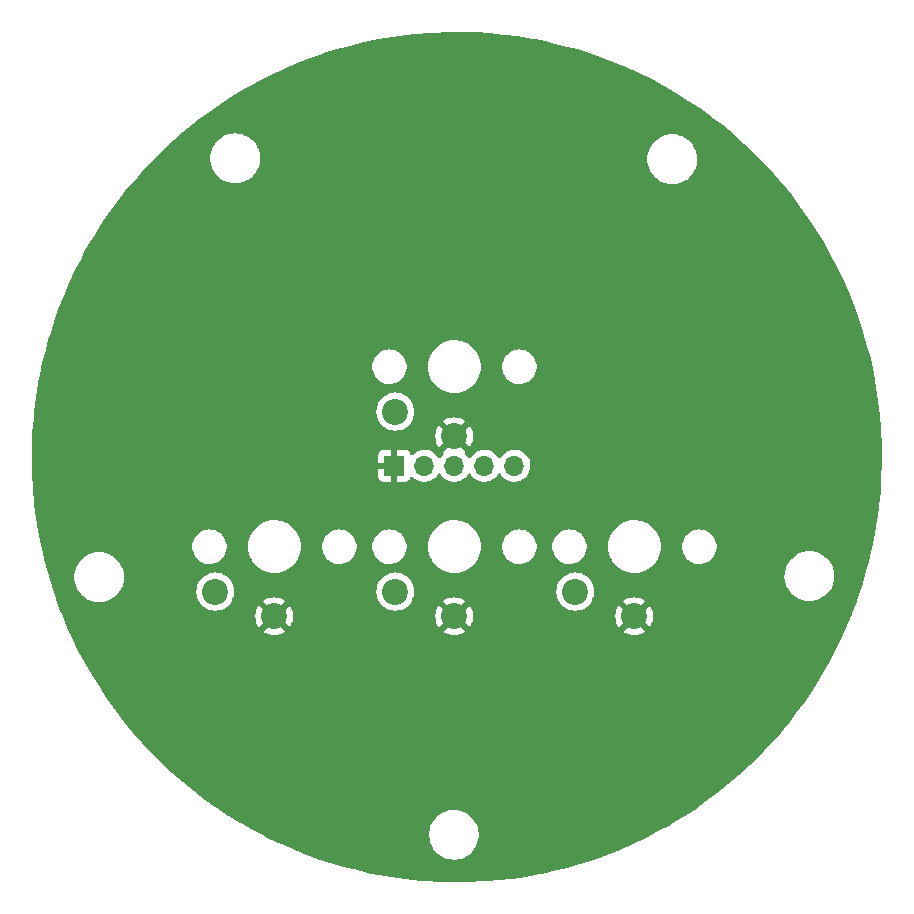
<source format=gtl>
%TF.GenerationSoftware,KiCad,Pcbnew,(6.0.4)*%
%TF.CreationDate,2022-05-01T19:09:37-04:00*%
%TF.ProjectId,odin,6f64696e-2e6b-4696-9361-645f70636258,rev?*%
%TF.SameCoordinates,Original*%
%TF.FileFunction,Copper,L1,Top*%
%TF.FilePolarity,Positive*%
%FSLAX46Y46*%
G04 Gerber Fmt 4.6, Leading zero omitted, Abs format (unit mm)*
G04 Created by KiCad (PCBNEW (6.0.4)) date 2022-05-01 19:09:37*
%MOMM*%
%LPD*%
G01*
G04 APERTURE LIST*
%TA.AperFunction,ComponentPad*%
%ADD10C,2.200000*%
%TD*%
%TA.AperFunction,ComponentPad*%
%ADD11R,1.700000X1.700000*%
%TD*%
%TA.AperFunction,ComponentPad*%
%ADD12O,1.700000X1.700000*%
%TD*%
G04 APERTURE END LIST*
D10*
%TO.P,DOWN,1,1*%
%TO.N,GND*%
X152400000Y-112580000D03*
%TO.P,DOWN,2,2*%
%TO.N,DOWN*%
X147400000Y-110480000D03*
%TD*%
%TO.P,RIGHT,1,1*%
%TO.N,GND*%
X167640000Y-112580000D03*
%TO.P,RIGHT,2,2*%
%TO.N,RIGHT*%
X162640000Y-110480000D03*
%TD*%
%TO.P,LEFT,1,1*%
%TO.N,GND*%
X137160000Y-112580000D03*
%TO.P,LEFT,2,2*%
%TO.N,LEFT*%
X132160000Y-110480000D03*
%TD*%
%TO.P,SW2,1,1*%
%TO.N,GND*%
X152400000Y-97340000D03*
%TO.P,SW2,2,2*%
%TO.N,UP*%
X147400000Y-95240000D03*
%TD*%
D11*
%TO.P,J1,1,Pin_1*%
%TO.N,GND*%
X147320000Y-99822000D03*
D12*
%TO.P,J1,2,Pin_2*%
%TO.N,UP*%
X149860000Y-99822000D03*
%TO.P,J1,3,Pin_3*%
%TO.N,LEFT*%
X152400000Y-99822000D03*
%TO.P,J1,4,Pin_4*%
%TO.N,DOWN*%
X154940000Y-99822000D03*
%TO.P,J1,5,Pin_5*%
%TO.N,RIGHT*%
X157480000Y-99822000D03*
%TD*%
%TA.AperFunction,Conductor*%
%TO.N,GND*%
G36*
X153052082Y-63109060D02*
G01*
X154240915Y-63143306D01*
X154245062Y-63143494D01*
X155432076Y-63217135D01*
X155436241Y-63217463D01*
X156620127Y-63330416D01*
X156624279Y-63330881D01*
X157803811Y-63483029D01*
X157807946Y-63483632D01*
X158981781Y-63674803D01*
X158985893Y-63675543D01*
X159257938Y-63729162D01*
X160152769Y-63905532D01*
X160156793Y-63906395D01*
X160905753Y-64079995D01*
X161315397Y-64174945D01*
X161319451Y-64175956D01*
X161609054Y-64253284D01*
X162468512Y-64482772D01*
X162472488Y-64483905D01*
X162758948Y-64570665D01*
X163610722Y-64828642D01*
X163614700Y-64829919D01*
X164740864Y-65212200D01*
X164744791Y-65213606D01*
X165857706Y-65633032D01*
X165861557Y-65634556D01*
X166959974Y-66090658D01*
X166963753Y-66092302D01*
X168046413Y-66584558D01*
X168050173Y-66586344D01*
X169115933Y-67114234D01*
X169119645Y-67116150D01*
X170167249Y-67679047D01*
X170170896Y-67681085D01*
X171199288Y-68278423D01*
X171202866Y-68280581D01*
X172210909Y-68911700D01*
X172214413Y-68913976D01*
X173200934Y-69578141D01*
X173204355Y-69580527D01*
X174168386Y-70277087D01*
X174171700Y-70279567D01*
X174412855Y-70466289D01*
X175112053Y-71007666D01*
X175115314Y-71010279D01*
X176031030Y-71769173D01*
X176034202Y-71771891D01*
X176924232Y-72560708D01*
X176927306Y-72563524D01*
X177580121Y-73181941D01*
X177790708Y-73381432D01*
X177793693Y-73384355D01*
X178629496Y-74230432D01*
X178632383Y-74233453D01*
X179439692Y-75106796D01*
X179442476Y-75109911D01*
X179923775Y-75666517D01*
X180180948Y-75963929D01*
X180220334Y-76009478D01*
X180223008Y-76012675D01*
X180970686Y-76937629D01*
X180973242Y-76940902D01*
X181689800Y-77890083D01*
X181692262Y-77893458D01*
X182376971Y-78865896D01*
X182379319Y-78869352D01*
X183031387Y-79863920D01*
X183033620Y-79867452D01*
X183652366Y-80883113D01*
X183654480Y-80886716D01*
X184239209Y-81922328D01*
X184241203Y-81926000D01*
X184791290Y-82980461D01*
X184793160Y-82984197D01*
X185307961Y-84056267D01*
X185309707Y-84060063D01*
X185788693Y-85148640D01*
X185790312Y-85152492D01*
X186232930Y-86256323D01*
X186234421Y-86260226D01*
X186640214Y-87378167D01*
X186641574Y-87382117D01*
X187010068Y-88512867D01*
X187011295Y-88516854D01*
X187286072Y-89465730D01*
X187342108Y-89659238D01*
X187343197Y-89663246D01*
X187632924Y-90804053D01*
X187635948Y-90815959D01*
X187636909Y-90820025D01*
X187891275Y-91981781D01*
X187892101Y-91985876D01*
X188107811Y-93155437D01*
X188108501Y-93159558D01*
X188285320Y-94335661D01*
X188285872Y-94339803D01*
X188423595Y-95521070D01*
X188424009Y-95525217D01*
X188519924Y-96679511D01*
X188522493Y-96710432D01*
X188522769Y-96714586D01*
X188541103Y-97082863D01*
X188581901Y-97902408D01*
X188582040Y-97906584D01*
X188593004Y-98567747D01*
X188599948Y-98986457D01*
X188601769Y-99096292D01*
X188601782Y-99099352D01*
X188601128Y-99182590D01*
X188597366Y-99661613D01*
X188597304Y-99664691D01*
X188560970Y-100789604D01*
X188558893Y-100853899D01*
X188558690Y-100858044D01*
X188521733Y-101421908D01*
X188480906Y-102044809D01*
X188480564Y-102048973D01*
X188363476Y-103232490D01*
X188362996Y-103236640D01*
X188239138Y-104171135D01*
X188206731Y-104415639D01*
X188206116Y-104419749D01*
X188010852Y-105592898D01*
X188010101Y-105596992D01*
X187919575Y-106047979D01*
X187776041Y-106763048D01*
X187775151Y-106767130D01*
X187502565Y-107924759D01*
X187501540Y-107928810D01*
X187279380Y-108749326D01*
X187201046Y-109038643D01*
X187190720Y-109076779D01*
X187189563Y-109080786D01*
X186868848Y-110126536D01*
X186840860Y-110217795D01*
X186839576Y-110221747D01*
X186474868Y-111283946D01*
X186453352Y-111346611D01*
X186451934Y-111350528D01*
X186081608Y-112322863D01*
X186028635Y-112461949D01*
X186027090Y-112465813D01*
X185975190Y-112589580D01*
X185567172Y-113562589D01*
X185565493Y-113566414D01*
X185069474Y-114647321D01*
X185067669Y-114651089D01*
X184536069Y-115714988D01*
X184534141Y-115718690D01*
X184085429Y-116546839D01*
X183967582Y-116764338D01*
X183965531Y-116767978D01*
X183364612Y-117794270D01*
X183362442Y-117797840D01*
X182727817Y-118803661D01*
X182725529Y-118807158D01*
X182057892Y-119791403D01*
X182055489Y-119794821D01*
X181355622Y-120756338D01*
X181353108Y-120759675D01*
X180772107Y-121504662D01*
X180621706Y-121697513D01*
X180619095Y-121700747D01*
X180016265Y-122423006D01*
X179857024Y-122613794D01*
X179854294Y-122616957D01*
X179062377Y-123504225D01*
X179059544Y-123507296D01*
X178238618Y-124367848D01*
X178235697Y-124370810D01*
X177386672Y-125203689D01*
X177383687Y-125206522D01*
X176969683Y-125586552D01*
X176507539Y-126010770D01*
X176504415Y-126013544D01*
X175602071Y-126788314D01*
X175598856Y-126790982D01*
X174671376Y-127535363D01*
X174668075Y-127537924D01*
X173716358Y-128251197D01*
X173713019Y-128253613D01*
X172940275Y-128793690D01*
X172738222Y-128934906D01*
X172734759Y-128937243D01*
X171737864Y-129585872D01*
X171734324Y-129588092D01*
X170716509Y-130203289D01*
X170712898Y-130205390D01*
X169675277Y-130786486D01*
X169671598Y-130788467D01*
X168615235Y-131334864D01*
X168611493Y-131336722D01*
X167537621Y-131847783D01*
X167533819Y-131849516D01*
X166443561Y-132324706D01*
X166439704Y-132326311D01*
X165334333Y-132765074D01*
X165330425Y-132766551D01*
X164211094Y-133168432D01*
X164207138Y-133169779D01*
X163075080Y-133534333D01*
X163071083Y-133535547D01*
X161927605Y-133862354D01*
X161923569Y-133863436D01*
X161533876Y-133960959D01*
X160769810Y-134152171D01*
X160765798Y-134153104D01*
X159829986Y-134354579D01*
X159603110Y-134403424D01*
X159599012Y-134404235D01*
X158428709Y-134615861D01*
X158424586Y-134616536D01*
X157247902Y-134789244D01*
X157243758Y-134789782D01*
X156062018Y-134923379D01*
X156057860Y-134923780D01*
X155154243Y-134995690D01*
X154872286Y-135018128D01*
X154868126Y-135018390D01*
X154765102Y-135023158D01*
X153680115Y-135073376D01*
X153675938Y-135073500D01*
X152486767Y-135089067D01*
X152482589Y-135089053D01*
X151359409Y-135066507D01*
X151293521Y-135065184D01*
X151289350Y-135065031D01*
X151144756Y-135057327D01*
X150101724Y-135001751D01*
X150097556Y-135001459D01*
X149640680Y-134961889D01*
X148912704Y-134898839D01*
X148908603Y-134898416D01*
X147727743Y-134756562D01*
X147723647Y-134756001D01*
X147135897Y-134665537D01*
X146548170Y-134575077D01*
X146544052Y-134574373D01*
X146014372Y-134474768D01*
X145375201Y-134354574D01*
X145371161Y-134353744D01*
X144465636Y-134152164D01*
X144210290Y-134095321D01*
X144206228Y-134094346D01*
X143054576Y-133797581D01*
X143050547Y-133796472D01*
X141909288Y-133461663D01*
X141905354Y-133460437D01*
X141062369Y-133182462D01*
X140775868Y-133087988D01*
X140771923Y-133086614D01*
X140214038Y-132881905D01*
X139655415Y-132676925D01*
X139651553Y-132675435D01*
X138549205Y-132228938D01*
X138545388Y-132227317D01*
X137569817Y-131793985D01*
X137458500Y-131744540D01*
X137454710Y-131742781D01*
X136384407Y-131224223D01*
X136380678Y-131222339D01*
X136351253Y-131206858D01*
X150255450Y-131206858D01*
X150292975Y-131491889D01*
X150294108Y-131496029D01*
X150294108Y-131496031D01*
X150315122Y-131572844D01*
X150368836Y-131769191D01*
X150370520Y-131773139D01*
X150402359Y-131847783D01*
X150481630Y-132033631D01*
X150493400Y-132053297D01*
X150598056Y-132228164D01*
X150629268Y-132280316D01*
X150809020Y-132504683D01*
X150826104Y-132520895D01*
X150990533Y-132676932D01*
X151017558Y-132702578D01*
X151251024Y-132870341D01*
X151254819Y-132872350D01*
X151254820Y-132872351D01*
X151276576Y-132883870D01*
X151505099Y-133004867D01*
X151775080Y-133103666D01*
X152055971Y-133164910D01*
X152084548Y-133167159D01*
X152278989Y-133182462D01*
X152278998Y-133182462D01*
X152281446Y-133182655D01*
X152436978Y-133182655D01*
X152439114Y-133182509D01*
X152439125Y-133182509D01*
X152647255Y-133168320D01*
X152647261Y-133168319D01*
X152651532Y-133168028D01*
X152655727Y-133167159D01*
X152655729Y-133167159D01*
X152792290Y-133138879D01*
X152933049Y-133109729D01*
X153204050Y-133013762D01*
X153459519Y-132881905D01*
X153463020Y-132879444D01*
X153463024Y-132879442D01*
X153625753Y-132765074D01*
X153694730Y-132716596D01*
X153905329Y-132520895D01*
X154087420Y-132298423D01*
X154237634Y-132053297D01*
X154353190Y-131790053D01*
X154431951Y-131513561D01*
X154472458Y-131228939D01*
X154472488Y-131223316D01*
X154473942Y-130945738D01*
X154473942Y-130945731D01*
X154473964Y-130941452D01*
X154436439Y-130656421D01*
X154360578Y-130379119D01*
X154247784Y-130114679D01*
X154100146Y-129867994D01*
X153920394Y-129643627D01*
X153719238Y-129452737D01*
X153714965Y-129448682D01*
X153714962Y-129448680D01*
X153711856Y-129445732D01*
X153478390Y-129277969D01*
X153456550Y-129266405D01*
X153433361Y-129254127D01*
X153224315Y-129143443D01*
X152954334Y-129044644D01*
X152673443Y-128983400D01*
X152642392Y-128980956D01*
X152450425Y-128965848D01*
X152450416Y-128965848D01*
X152447968Y-128965655D01*
X152292436Y-128965655D01*
X152290300Y-128965801D01*
X152290289Y-128965801D01*
X152082159Y-128979990D01*
X152082153Y-128979991D01*
X152077882Y-128980282D01*
X152073687Y-128981151D01*
X152073685Y-128981151D01*
X151937123Y-129009432D01*
X151796365Y-129038581D01*
X151525364Y-129134548D01*
X151269895Y-129266405D01*
X151266394Y-129268866D01*
X151266390Y-129268868D01*
X151256301Y-129275959D01*
X151034684Y-129431714D01*
X151019599Y-129445732D01*
X150866402Y-129588092D01*
X150824085Y-129627415D01*
X150641994Y-129849887D01*
X150491780Y-130095013D01*
X150376224Y-130358257D01*
X150297463Y-130634749D01*
X150256956Y-130919371D01*
X150256934Y-130923660D01*
X150256933Y-130923667D01*
X150255472Y-131202572D01*
X150255450Y-131206858D01*
X136351253Y-131206858D01*
X135328191Y-130668599D01*
X135324526Y-130666593D01*
X134290952Y-130078248D01*
X134287355Y-130076121D01*
X133273842Y-129453822D01*
X133270319Y-129451577D01*
X133261472Y-129445732D01*
X132278046Y-128796050D01*
X132274598Y-128793690D01*
X132126081Y-128688339D01*
X131304534Y-128105575D01*
X131301175Y-128103107D01*
X130354520Y-127383253D01*
X130351237Y-127380670D01*
X129428926Y-126629792D01*
X129425730Y-126627100D01*
X128528868Y-125846094D01*
X128525763Y-125843299D01*
X127655244Y-125032946D01*
X127652233Y-125030048D01*
X126809095Y-124191313D01*
X126806182Y-124188318D01*
X126534287Y-123899285D01*
X125991283Y-123322056D01*
X125988485Y-123318981D01*
X125202767Y-122426188D01*
X125200059Y-122423006D01*
X124444379Y-121504662D01*
X124441778Y-121501392D01*
X123716964Y-120558500D01*
X123714473Y-120555146D01*
X123021307Y-119588725D01*
X123018929Y-119585290D01*
X122581489Y-118930615D01*
X122358193Y-118596429D01*
X122355964Y-118592972D01*
X121728346Y-117582696D01*
X121726201Y-117579111D01*
X121132469Y-116548662D01*
X121130443Y-116545007D01*
X120571175Y-115495387D01*
X120569272Y-115491668D01*
X120045135Y-114424131D01*
X120043356Y-114420351D01*
X119940754Y-114192584D01*
X119802373Y-113885390D01*
X136219440Y-113885390D01*
X136225167Y-113893040D01*
X136423506Y-114014583D01*
X136432300Y-114019064D01*
X136656991Y-114112134D01*
X136666376Y-114115183D01*
X136902863Y-114171959D01*
X136912610Y-114173502D01*
X137155070Y-114192584D01*
X137164930Y-114192584D01*
X137407390Y-114173502D01*
X137417137Y-114171959D01*
X137653624Y-114115183D01*
X137663009Y-114112134D01*
X137887700Y-114019064D01*
X137896494Y-114014583D01*
X138091167Y-113895287D01*
X138100120Y-113885390D01*
X151459440Y-113885390D01*
X151465167Y-113893040D01*
X151663506Y-114014583D01*
X151672300Y-114019064D01*
X151896991Y-114112134D01*
X151906376Y-114115183D01*
X152142863Y-114171959D01*
X152152610Y-114173502D01*
X152395070Y-114192584D01*
X152404930Y-114192584D01*
X152647390Y-114173502D01*
X152657137Y-114171959D01*
X152893624Y-114115183D01*
X152903009Y-114112134D01*
X153127700Y-114019064D01*
X153136494Y-114014583D01*
X153331167Y-113895287D01*
X153340120Y-113885390D01*
X166699440Y-113885390D01*
X166705167Y-113893040D01*
X166903506Y-114014583D01*
X166912300Y-114019064D01*
X167136991Y-114112134D01*
X167146376Y-114115183D01*
X167382863Y-114171959D01*
X167392610Y-114173502D01*
X167635070Y-114192584D01*
X167644930Y-114192584D01*
X167887390Y-114173502D01*
X167897137Y-114171959D01*
X168133624Y-114115183D01*
X168143009Y-114112134D01*
X168367700Y-114019064D01*
X168376494Y-114014583D01*
X168571167Y-113895287D01*
X168580627Y-113884830D01*
X168576844Y-113876054D01*
X167652812Y-112952022D01*
X167638868Y-112944408D01*
X167637035Y-112944539D01*
X167630420Y-112948790D01*
X166706200Y-113873010D01*
X166699440Y-113885390D01*
X153340120Y-113885390D01*
X153340627Y-113884830D01*
X153336844Y-113876054D01*
X152412812Y-112952022D01*
X152398868Y-112944408D01*
X152397035Y-112944539D01*
X152390420Y-112948790D01*
X151466200Y-113873010D01*
X151459440Y-113885390D01*
X138100120Y-113885390D01*
X138100627Y-113884830D01*
X138096844Y-113876054D01*
X137172812Y-112952022D01*
X137158868Y-112944408D01*
X137157035Y-112944539D01*
X137150420Y-112948790D01*
X136226200Y-113873010D01*
X136219440Y-113885390D01*
X119802373Y-113885390D01*
X119554879Y-113335973D01*
X119553237Y-113332160D01*
X119543181Y-113307700D01*
X119246015Y-112584930D01*
X135547416Y-112584930D01*
X135566498Y-112827390D01*
X135568041Y-112837137D01*
X135624817Y-113073624D01*
X135627866Y-113083009D01*
X135720936Y-113307700D01*
X135725417Y-113316494D01*
X135844713Y-113511167D01*
X135855170Y-113520627D01*
X135863946Y-113516844D01*
X136787978Y-112592812D01*
X136794356Y-112581132D01*
X137524408Y-112581132D01*
X137524539Y-112582965D01*
X137528790Y-112589580D01*
X138453010Y-113513800D01*
X138465390Y-113520560D01*
X138473040Y-113514833D01*
X138594583Y-113316494D01*
X138599064Y-113307700D01*
X138692134Y-113083009D01*
X138695183Y-113073624D01*
X138751959Y-112837137D01*
X138753502Y-112827390D01*
X138772584Y-112584930D01*
X150787416Y-112584930D01*
X150806498Y-112827390D01*
X150808041Y-112837137D01*
X150864817Y-113073624D01*
X150867866Y-113083009D01*
X150960936Y-113307700D01*
X150965417Y-113316494D01*
X151084713Y-113511167D01*
X151095170Y-113520627D01*
X151103946Y-113516844D01*
X152027978Y-112592812D01*
X152034356Y-112581132D01*
X152764408Y-112581132D01*
X152764539Y-112582965D01*
X152768790Y-112589580D01*
X153693010Y-113513800D01*
X153705390Y-113520560D01*
X153713040Y-113514833D01*
X153834583Y-113316494D01*
X153839064Y-113307700D01*
X153932134Y-113083009D01*
X153935183Y-113073624D01*
X153991959Y-112837137D01*
X153993502Y-112827390D01*
X154012584Y-112584930D01*
X166027416Y-112584930D01*
X166046498Y-112827390D01*
X166048041Y-112837137D01*
X166104817Y-113073624D01*
X166107866Y-113083009D01*
X166200936Y-113307700D01*
X166205417Y-113316494D01*
X166324713Y-113511167D01*
X166335170Y-113520627D01*
X166343946Y-113516844D01*
X167267978Y-112592812D01*
X167274356Y-112581132D01*
X168004408Y-112581132D01*
X168004539Y-112582965D01*
X168008790Y-112589580D01*
X168933010Y-113513800D01*
X168945390Y-113520560D01*
X168953040Y-113514833D01*
X169074583Y-113316494D01*
X169079064Y-113307700D01*
X169172134Y-113083009D01*
X169175183Y-113073624D01*
X169231959Y-112837137D01*
X169233502Y-112827390D01*
X169252584Y-112584930D01*
X169252584Y-112575070D01*
X169233502Y-112332610D01*
X169231959Y-112322863D01*
X169175183Y-112086376D01*
X169172134Y-112076991D01*
X169079064Y-111852300D01*
X169074583Y-111843506D01*
X168955287Y-111648833D01*
X168944830Y-111639373D01*
X168936054Y-111643156D01*
X168012022Y-112567188D01*
X168004408Y-112581132D01*
X167274356Y-112581132D01*
X167275592Y-112578868D01*
X167275461Y-112577035D01*
X167271210Y-112570420D01*
X166346990Y-111646200D01*
X166334610Y-111639440D01*
X166326960Y-111645167D01*
X166205417Y-111843506D01*
X166200936Y-111852300D01*
X166107866Y-112076991D01*
X166104817Y-112086376D01*
X166048041Y-112322863D01*
X166046498Y-112332610D01*
X166027416Y-112575070D01*
X166027416Y-112584930D01*
X154012584Y-112584930D01*
X154012584Y-112575070D01*
X153993502Y-112332610D01*
X153991959Y-112322863D01*
X153935183Y-112086376D01*
X153932134Y-112076991D01*
X153839064Y-111852300D01*
X153834583Y-111843506D01*
X153715287Y-111648833D01*
X153704830Y-111639373D01*
X153696054Y-111643156D01*
X152772022Y-112567188D01*
X152764408Y-112581132D01*
X152034356Y-112581132D01*
X152035592Y-112578868D01*
X152035461Y-112577035D01*
X152031210Y-112570420D01*
X151106990Y-111646200D01*
X151094610Y-111639440D01*
X151086960Y-111645167D01*
X150965417Y-111843506D01*
X150960936Y-111852300D01*
X150867866Y-112076991D01*
X150864817Y-112086376D01*
X150808041Y-112322863D01*
X150806498Y-112332610D01*
X150787416Y-112575070D01*
X150787416Y-112584930D01*
X138772584Y-112584930D01*
X138772584Y-112575070D01*
X138753502Y-112332610D01*
X138751959Y-112322863D01*
X138695183Y-112086376D01*
X138692134Y-112076991D01*
X138599064Y-111852300D01*
X138594583Y-111843506D01*
X138475287Y-111648833D01*
X138464830Y-111639373D01*
X138456054Y-111643156D01*
X137532022Y-112567188D01*
X137524408Y-112581132D01*
X136794356Y-112581132D01*
X136795592Y-112578868D01*
X136795461Y-112577035D01*
X136791210Y-112570420D01*
X135866990Y-111646200D01*
X135854610Y-111639440D01*
X135846960Y-111645167D01*
X135725417Y-111843506D01*
X135720936Y-111852300D01*
X135627866Y-112076991D01*
X135624817Y-112086376D01*
X135568041Y-112322863D01*
X135566498Y-112332610D01*
X135547416Y-112575070D01*
X135547416Y-112584930D01*
X119246015Y-112584930D01*
X119100980Y-112232176D01*
X119099464Y-112228307D01*
X119049042Y-112093086D01*
X118871567Y-111617142D01*
X118683948Y-111113994D01*
X118682553Y-111110056D01*
X118384814Y-110222784D01*
X118304185Y-109982507D01*
X118302929Y-109978545D01*
X118300815Y-109971474D01*
X118127637Y-109392407D01*
X120208868Y-109392407D01*
X120246393Y-109677438D01*
X120322254Y-109954740D01*
X120435048Y-110219180D01*
X120446818Y-110238846D01*
X120538077Y-110391328D01*
X120582686Y-110465865D01*
X120762438Y-110690232D01*
X120970976Y-110888127D01*
X121204442Y-111055890D01*
X121208237Y-111057899D01*
X121208238Y-111057900D01*
X121229994Y-111069419D01*
X121458517Y-111190416D01*
X121494279Y-111203503D01*
X121714100Y-111283946D01*
X121728498Y-111289215D01*
X122009389Y-111350459D01*
X122037966Y-111352708D01*
X122232407Y-111368011D01*
X122232416Y-111368011D01*
X122234864Y-111368204D01*
X122390396Y-111368204D01*
X122392532Y-111368058D01*
X122392543Y-111368058D01*
X122600673Y-111353869D01*
X122600679Y-111353868D01*
X122604950Y-111353577D01*
X122609145Y-111352708D01*
X122609147Y-111352708D01*
X122745709Y-111324427D01*
X122886467Y-111295278D01*
X123157468Y-111199311D01*
X123330397Y-111110056D01*
X123409130Y-111069419D01*
X123409131Y-111069419D01*
X123412937Y-111067454D01*
X123416438Y-111064993D01*
X123416442Y-111064991D01*
X123564777Y-110960739D01*
X123648148Y-110902145D01*
X123766104Y-110792533D01*
X123855604Y-110709365D01*
X123855606Y-110709362D01*
X123858747Y-110706444D01*
X124040838Y-110483972D01*
X124043272Y-110480000D01*
X130546526Y-110480000D01*
X130566391Y-110732403D01*
X130567545Y-110737210D01*
X130567546Y-110737216D01*
X130603068Y-110885177D01*
X130625495Y-110978591D01*
X130627388Y-110983162D01*
X130627389Y-110983164D01*
X130718297Y-111202634D01*
X130722384Y-111212502D01*
X130854672Y-111428376D01*
X131019102Y-111620898D01*
X131211624Y-111785328D01*
X131427498Y-111917616D01*
X131432068Y-111919509D01*
X131432072Y-111919511D01*
X131656836Y-112012611D01*
X131661409Y-112014505D01*
X131746032Y-112034821D01*
X131902784Y-112072454D01*
X131902790Y-112072455D01*
X131907597Y-112073609D01*
X132160000Y-112093474D01*
X132412403Y-112073609D01*
X132417210Y-112072455D01*
X132417216Y-112072454D01*
X132573968Y-112034821D01*
X132658591Y-112014505D01*
X132663164Y-112012611D01*
X132887928Y-111919511D01*
X132887932Y-111919509D01*
X132892502Y-111917616D01*
X133108376Y-111785328D01*
X133300898Y-111620898D01*
X133465328Y-111428376D01*
X133559213Y-111275170D01*
X136219373Y-111275170D01*
X136223156Y-111283946D01*
X137147188Y-112207978D01*
X137161132Y-112215592D01*
X137162965Y-112215461D01*
X137169580Y-112211210D01*
X138093800Y-111286990D01*
X138100560Y-111274610D01*
X138094833Y-111266960D01*
X137896494Y-111145417D01*
X137887700Y-111140936D01*
X137663009Y-111047866D01*
X137653624Y-111044817D01*
X137417137Y-110988041D01*
X137407390Y-110986498D01*
X137164930Y-110967416D01*
X137155070Y-110967416D01*
X136912610Y-110986498D01*
X136902863Y-110988041D01*
X136666376Y-111044817D01*
X136656991Y-111047866D01*
X136432300Y-111140936D01*
X136423506Y-111145417D01*
X136228833Y-111264713D01*
X136219373Y-111275170D01*
X133559213Y-111275170D01*
X133597616Y-111212502D01*
X133601704Y-111202634D01*
X133692611Y-110983164D01*
X133692612Y-110983162D01*
X133694505Y-110978591D01*
X133716932Y-110885177D01*
X133752454Y-110737216D01*
X133752455Y-110737210D01*
X133753609Y-110732403D01*
X133773474Y-110480000D01*
X145786526Y-110480000D01*
X145806391Y-110732403D01*
X145807545Y-110737210D01*
X145807546Y-110737216D01*
X145843068Y-110885177D01*
X145865495Y-110978591D01*
X145867388Y-110983162D01*
X145867389Y-110983164D01*
X145958297Y-111202634D01*
X145962384Y-111212502D01*
X146094672Y-111428376D01*
X146259102Y-111620898D01*
X146451624Y-111785328D01*
X146667498Y-111917616D01*
X146672068Y-111919509D01*
X146672072Y-111919511D01*
X146896836Y-112012611D01*
X146901409Y-112014505D01*
X146986032Y-112034821D01*
X147142784Y-112072454D01*
X147142790Y-112072455D01*
X147147597Y-112073609D01*
X147400000Y-112093474D01*
X147652403Y-112073609D01*
X147657210Y-112072455D01*
X147657216Y-112072454D01*
X147813968Y-112034821D01*
X147898591Y-112014505D01*
X147903164Y-112012611D01*
X148127928Y-111919511D01*
X148127932Y-111919509D01*
X148132502Y-111917616D01*
X148348376Y-111785328D01*
X148540898Y-111620898D01*
X148705328Y-111428376D01*
X148799213Y-111275170D01*
X151459373Y-111275170D01*
X151463156Y-111283946D01*
X152387188Y-112207978D01*
X152401132Y-112215592D01*
X152402965Y-112215461D01*
X152409580Y-112211210D01*
X153333800Y-111286990D01*
X153340560Y-111274610D01*
X153334833Y-111266960D01*
X153136494Y-111145417D01*
X153127700Y-111140936D01*
X152903009Y-111047866D01*
X152893624Y-111044817D01*
X152657137Y-110988041D01*
X152647390Y-110986498D01*
X152404930Y-110967416D01*
X152395070Y-110967416D01*
X152152610Y-110986498D01*
X152142863Y-110988041D01*
X151906376Y-111044817D01*
X151896991Y-111047866D01*
X151672300Y-111140936D01*
X151663506Y-111145417D01*
X151468833Y-111264713D01*
X151459373Y-111275170D01*
X148799213Y-111275170D01*
X148837616Y-111212502D01*
X148841704Y-111202634D01*
X148932611Y-110983164D01*
X148932612Y-110983162D01*
X148934505Y-110978591D01*
X148956932Y-110885177D01*
X148992454Y-110737216D01*
X148992455Y-110737210D01*
X148993609Y-110732403D01*
X149013474Y-110480000D01*
X161026526Y-110480000D01*
X161046391Y-110732403D01*
X161047545Y-110737210D01*
X161047546Y-110737216D01*
X161083068Y-110885177D01*
X161105495Y-110978591D01*
X161107388Y-110983162D01*
X161107389Y-110983164D01*
X161198297Y-111202634D01*
X161202384Y-111212502D01*
X161334672Y-111428376D01*
X161499102Y-111620898D01*
X161691624Y-111785328D01*
X161907498Y-111917616D01*
X161912068Y-111919509D01*
X161912072Y-111919511D01*
X162136836Y-112012611D01*
X162141409Y-112014505D01*
X162226032Y-112034821D01*
X162382784Y-112072454D01*
X162382790Y-112072455D01*
X162387597Y-112073609D01*
X162640000Y-112093474D01*
X162892403Y-112073609D01*
X162897210Y-112072455D01*
X162897216Y-112072454D01*
X163053968Y-112034821D01*
X163138591Y-112014505D01*
X163143164Y-112012611D01*
X163367928Y-111919511D01*
X163367932Y-111919509D01*
X163372502Y-111917616D01*
X163588376Y-111785328D01*
X163780898Y-111620898D01*
X163945328Y-111428376D01*
X164039213Y-111275170D01*
X166699373Y-111275170D01*
X166703156Y-111283946D01*
X167627188Y-112207978D01*
X167641132Y-112215592D01*
X167642965Y-112215461D01*
X167649580Y-112211210D01*
X168573800Y-111286990D01*
X168580560Y-111274610D01*
X168574833Y-111266960D01*
X168376494Y-111145417D01*
X168367700Y-111140936D01*
X168143009Y-111047866D01*
X168133624Y-111044817D01*
X167897137Y-110988041D01*
X167887390Y-110986498D01*
X167644930Y-110967416D01*
X167635070Y-110967416D01*
X167392610Y-110986498D01*
X167382863Y-110988041D01*
X167146376Y-111044817D01*
X167136991Y-111047866D01*
X166912300Y-111140936D01*
X166903506Y-111145417D01*
X166708833Y-111264713D01*
X166699373Y-111275170D01*
X164039213Y-111275170D01*
X164077616Y-111212502D01*
X164081704Y-111202634D01*
X164172611Y-110983164D01*
X164172612Y-110983162D01*
X164174505Y-110978591D01*
X164196932Y-110885177D01*
X164232454Y-110737216D01*
X164232455Y-110737210D01*
X164233609Y-110732403D01*
X164253474Y-110480000D01*
X164233609Y-110227597D01*
X164231589Y-110219180D01*
X164175660Y-109986221D01*
X164174505Y-109981409D01*
X164165094Y-109958688D01*
X164079511Y-109752072D01*
X164079509Y-109752068D01*
X164077616Y-109747498D01*
X163945328Y-109531624D01*
X163780898Y-109339102D01*
X163734838Y-109299763D01*
X180347229Y-109299763D01*
X180347788Y-109304007D01*
X180347788Y-109304011D01*
X180359426Y-109392407D01*
X180384754Y-109584794D01*
X180460615Y-109862096D01*
X180462299Y-109866044D01*
X180511145Y-109980560D01*
X180573409Y-110126536D01*
X180721047Y-110373221D01*
X180900799Y-110597588D01*
X181109337Y-110795483D01*
X181342803Y-110963246D01*
X181346598Y-110965255D01*
X181346599Y-110965256D01*
X181368355Y-110976775D01*
X181596878Y-111097772D01*
X181641207Y-111113994D01*
X181850040Y-111190416D01*
X181866859Y-111196571D01*
X182147750Y-111257815D01*
X182176327Y-111260064D01*
X182370768Y-111275367D01*
X182370777Y-111275367D01*
X182373225Y-111275560D01*
X182528757Y-111275560D01*
X182530893Y-111275414D01*
X182530904Y-111275414D01*
X182739034Y-111261225D01*
X182739040Y-111261224D01*
X182743311Y-111260933D01*
X182747506Y-111260064D01*
X182747508Y-111260064D01*
X182956799Y-111216722D01*
X183024828Y-111202634D01*
X183295829Y-111106667D01*
X183535112Y-110983164D01*
X183547491Y-110976775D01*
X183547492Y-110976775D01*
X183551298Y-110974810D01*
X183554799Y-110972349D01*
X183554803Y-110972347D01*
X183678833Y-110885177D01*
X183786509Y-110809501D01*
X183997108Y-110613800D01*
X184179199Y-110391328D01*
X184329413Y-110146202D01*
X184403760Y-109976836D01*
X184443243Y-109886890D01*
X184444969Y-109882958D01*
X184523730Y-109606466D01*
X184561781Y-109339102D01*
X184563632Y-109326096D01*
X184563632Y-109326094D01*
X184564237Y-109321844D01*
X184564331Y-109304011D01*
X184565721Y-109038643D01*
X184565721Y-109038636D01*
X184565743Y-109034357D01*
X184554294Y-108947389D01*
X184543166Y-108862871D01*
X184528218Y-108749326D01*
X184452357Y-108472024D01*
X184439199Y-108441175D01*
X184341249Y-108211536D01*
X184341247Y-108211532D01*
X184339563Y-108207584D01*
X184245368Y-108050196D01*
X184194129Y-107964581D01*
X184194126Y-107964577D01*
X184191925Y-107960899D01*
X184012173Y-107736532D01*
X183883894Y-107614800D01*
X183806744Y-107541587D01*
X183806741Y-107541585D01*
X183803635Y-107538637D01*
X183570169Y-107370874D01*
X183548329Y-107359310D01*
X183459015Y-107312021D01*
X183316094Y-107236348D01*
X183140389Y-107172049D01*
X183050144Y-107139024D01*
X183050142Y-107139023D01*
X183046113Y-107137549D01*
X182765222Y-107076305D01*
X182734171Y-107073861D01*
X182542204Y-107058753D01*
X182542195Y-107058753D01*
X182539747Y-107058560D01*
X182384215Y-107058560D01*
X182382079Y-107058706D01*
X182382068Y-107058706D01*
X182173938Y-107072895D01*
X182173932Y-107072896D01*
X182169661Y-107073187D01*
X182165466Y-107074056D01*
X182165464Y-107074056D01*
X182028902Y-107102337D01*
X181888144Y-107131486D01*
X181617143Y-107227453D01*
X181613334Y-107229419D01*
X181440421Y-107318666D01*
X181361674Y-107359310D01*
X181358173Y-107361771D01*
X181358169Y-107361773D01*
X181348080Y-107368864D01*
X181126463Y-107524619D01*
X181111378Y-107538637D01*
X180956035Y-107682991D01*
X180915864Y-107720320D01*
X180733773Y-107942792D01*
X180583559Y-108187918D01*
X180581833Y-108191851D01*
X180581832Y-108191852D01*
X180472387Y-108441175D01*
X180468003Y-108451162D01*
X180466828Y-108455289D01*
X180466827Y-108455290D01*
X180435670Y-108564668D01*
X180389242Y-108727654D01*
X180348735Y-109012276D01*
X180348713Y-109016565D01*
X180348712Y-109016572D01*
X180347884Y-109174672D01*
X180347229Y-109299763D01*
X163734838Y-109299763D01*
X163588376Y-109174672D01*
X163372502Y-109042384D01*
X163367932Y-109040491D01*
X163367928Y-109040489D01*
X163143164Y-108947389D01*
X163143162Y-108947388D01*
X163138591Y-108945495D01*
X163053968Y-108925179D01*
X162897216Y-108887546D01*
X162897210Y-108887545D01*
X162892403Y-108886391D01*
X162640000Y-108866526D01*
X162387597Y-108886391D01*
X162382790Y-108887545D01*
X162382784Y-108887546D01*
X162226032Y-108925179D01*
X162141409Y-108945495D01*
X162136838Y-108947388D01*
X162136836Y-108947389D01*
X161912072Y-109040489D01*
X161912068Y-109040491D01*
X161907498Y-109042384D01*
X161691624Y-109174672D01*
X161499102Y-109339102D01*
X161334672Y-109531624D01*
X161202384Y-109747498D01*
X161200491Y-109752068D01*
X161200489Y-109752072D01*
X161114906Y-109958688D01*
X161105495Y-109981409D01*
X161104340Y-109986221D01*
X161048412Y-110219180D01*
X161046391Y-110227597D01*
X161026526Y-110480000D01*
X149013474Y-110480000D01*
X148993609Y-110227597D01*
X148991589Y-110219180D01*
X148935660Y-109986221D01*
X148934505Y-109981409D01*
X148925094Y-109958688D01*
X148839511Y-109752072D01*
X148839509Y-109752068D01*
X148837616Y-109747498D01*
X148705328Y-109531624D01*
X148540898Y-109339102D01*
X148348376Y-109174672D01*
X148132502Y-109042384D01*
X148127932Y-109040491D01*
X148127928Y-109040489D01*
X147903164Y-108947389D01*
X147903162Y-108947388D01*
X147898591Y-108945495D01*
X147813968Y-108925179D01*
X147657216Y-108887546D01*
X147657210Y-108887545D01*
X147652403Y-108886391D01*
X147400000Y-108866526D01*
X147147597Y-108886391D01*
X147142790Y-108887545D01*
X147142784Y-108887546D01*
X146986032Y-108925179D01*
X146901409Y-108945495D01*
X146896838Y-108947388D01*
X146896836Y-108947389D01*
X146672072Y-109040489D01*
X146672068Y-109040491D01*
X146667498Y-109042384D01*
X146451624Y-109174672D01*
X146259102Y-109339102D01*
X146094672Y-109531624D01*
X145962384Y-109747498D01*
X145960491Y-109752068D01*
X145960489Y-109752072D01*
X145874906Y-109958688D01*
X145865495Y-109981409D01*
X145864340Y-109986221D01*
X145808412Y-110219180D01*
X145806391Y-110227597D01*
X145786526Y-110480000D01*
X133773474Y-110480000D01*
X133753609Y-110227597D01*
X133751589Y-110219180D01*
X133695660Y-109986221D01*
X133694505Y-109981409D01*
X133685094Y-109958688D01*
X133599511Y-109752072D01*
X133599509Y-109752068D01*
X133597616Y-109747498D01*
X133465328Y-109531624D01*
X133300898Y-109339102D01*
X133108376Y-109174672D01*
X132892502Y-109042384D01*
X132887932Y-109040491D01*
X132887928Y-109040489D01*
X132663164Y-108947389D01*
X132663162Y-108947388D01*
X132658591Y-108945495D01*
X132573968Y-108925179D01*
X132417216Y-108887546D01*
X132417210Y-108887545D01*
X132412403Y-108886391D01*
X132160000Y-108866526D01*
X131907597Y-108886391D01*
X131902790Y-108887545D01*
X131902784Y-108887546D01*
X131746032Y-108925179D01*
X131661409Y-108945495D01*
X131656838Y-108947388D01*
X131656836Y-108947389D01*
X131432072Y-109040489D01*
X131432068Y-109040491D01*
X131427498Y-109042384D01*
X131211624Y-109174672D01*
X131019102Y-109339102D01*
X130854672Y-109531624D01*
X130722384Y-109747498D01*
X130720491Y-109752068D01*
X130720489Y-109752072D01*
X130634906Y-109958688D01*
X130625495Y-109981409D01*
X130624340Y-109986221D01*
X130568412Y-110219180D01*
X130566391Y-110227597D01*
X130546526Y-110480000D01*
X124043272Y-110480000D01*
X124191052Y-110238846D01*
X124306608Y-109975602D01*
X124337817Y-109866044D01*
X124384193Y-109703238D01*
X124385369Y-109699110D01*
X124425876Y-109414488D01*
X124425970Y-109396655D01*
X124427360Y-109131287D01*
X124427360Y-109131280D01*
X124427382Y-109127001D01*
X124416583Y-109044970D01*
X124399274Y-108913500D01*
X124389857Y-108841970D01*
X124313996Y-108564668D01*
X124262510Y-108443961D01*
X124202888Y-108304180D01*
X124202886Y-108304176D01*
X124201202Y-108300228D01*
X124061426Y-108066679D01*
X124055768Y-108057225D01*
X124055765Y-108057221D01*
X124053564Y-108053543D01*
X123873812Y-107829176D01*
X123686744Y-107651655D01*
X123668383Y-107634231D01*
X123668380Y-107634229D01*
X123665274Y-107631281D01*
X123431808Y-107463518D01*
X123409968Y-107451954D01*
X123386779Y-107439676D01*
X123177733Y-107328992D01*
X123030313Y-107275044D01*
X122911783Y-107231668D01*
X122911781Y-107231667D01*
X122907752Y-107230193D01*
X122626861Y-107168949D01*
X122595810Y-107166505D01*
X122403843Y-107151397D01*
X122403834Y-107151397D01*
X122401386Y-107151204D01*
X122245854Y-107151204D01*
X122243718Y-107151350D01*
X122243707Y-107151350D01*
X122035577Y-107165539D01*
X122035571Y-107165540D01*
X122031300Y-107165831D01*
X122027105Y-107166700D01*
X122027103Y-107166700D01*
X122001274Y-107172049D01*
X121749783Y-107224130D01*
X121478782Y-107320097D01*
X121223313Y-107451954D01*
X121219812Y-107454415D01*
X121219808Y-107454417D01*
X121143814Y-107507827D01*
X120988102Y-107617263D01*
X120973017Y-107631281D01*
X120817742Y-107775572D01*
X120777503Y-107812964D01*
X120595412Y-108035436D01*
X120445198Y-108280562D01*
X120329642Y-108543806D01*
X120250881Y-108820298D01*
X120210374Y-109104920D01*
X120210352Y-109109209D01*
X120210351Y-109109216D01*
X120208890Y-109388121D01*
X120208868Y-109392407D01*
X118127637Y-109392407D01*
X118063481Y-109177883D01*
X117962177Y-108839145D01*
X117961046Y-108835123D01*
X117814079Y-108276905D01*
X117658233Y-107684960D01*
X117657253Y-107680964D01*
X117452208Y-106782089D01*
X130200066Y-106782089D01*
X130236343Y-107019163D01*
X130310854Y-107247129D01*
X130421597Y-107459864D01*
X130424700Y-107463997D01*
X130424702Y-107464000D01*
X130562493Y-107647520D01*
X130565598Y-107651655D01*
X130569336Y-107655227D01*
X130731342Y-107810043D01*
X130738990Y-107817352D01*
X130743262Y-107820266D01*
X130743263Y-107820267D01*
X130766377Y-107836034D01*
X130937117Y-107952505D01*
X131069070Y-108013756D01*
X131147573Y-108050196D01*
X131154656Y-108053484D01*
X131385768Y-108117576D01*
X131489479Y-108128660D01*
X131578222Y-108138144D01*
X131578230Y-108138144D01*
X131581557Y-108138500D01*
X131720803Y-108138500D01*
X131723376Y-108138288D01*
X131723387Y-108138288D01*
X131893876Y-108124271D01*
X131893882Y-108124270D01*
X131899027Y-108123847D01*
X132015331Y-108094634D01*
X132126625Y-108066679D01*
X132126629Y-108066678D01*
X132131636Y-108065420D01*
X132136366Y-108063364D01*
X132136373Y-108063361D01*
X132346841Y-107971847D01*
X132346844Y-107971845D01*
X132351578Y-107969787D01*
X132355912Y-107966983D01*
X132355916Y-107966981D01*
X132548604Y-107842325D01*
X132548607Y-107842323D01*
X132552947Y-107839515D01*
X132564310Y-107829176D01*
X132726513Y-107681582D01*
X132726514Y-107681580D01*
X132730335Y-107678104D01*
X132733534Y-107674053D01*
X132733538Y-107674049D01*
X132867798Y-107504046D01*
X132878979Y-107489888D01*
X132994887Y-107279922D01*
X133066992Y-107076305D01*
X133073219Y-107058720D01*
X133073220Y-107058716D01*
X133074945Y-107053845D01*
X133075853Y-107048749D01*
X133116098Y-106822816D01*
X133116099Y-106822810D01*
X133117004Y-106817727D01*
X133118114Y-106726880D01*
X134921992Y-106726880D01*
X134922355Y-106731028D01*
X134922355Y-106731032D01*
X134947487Y-107018293D01*
X134947488Y-107018301D01*
X134947852Y-107022459D01*
X134948766Y-107026548D01*
X134996973Y-107242211D01*
X135012577Y-107312021D01*
X135014019Y-107315941D01*
X135014021Y-107315947D01*
X135097040Y-107541587D01*
X135115029Y-107590480D01*
X135116980Y-107594180D01*
X135116982Y-107594185D01*
X135244495Y-107836034D01*
X135253410Y-107852942D01*
X135425288Y-108094797D01*
X135627642Y-108311796D01*
X135856918Y-108500125D01*
X136109088Y-108656477D01*
X136379722Y-108778105D01*
X136507409Y-108816170D01*
X136660065Y-108861679D01*
X136660067Y-108861679D01*
X136664064Y-108862871D01*
X136668184Y-108863524D01*
X136668186Y-108863524D01*
X136787106Y-108882359D01*
X136957119Y-108909286D01*
X137002146Y-108911331D01*
X137048497Y-108913436D01*
X137048516Y-108913436D01*
X137049916Y-108913500D01*
X137235264Y-108913500D01*
X137456056Y-108898835D01*
X137746910Y-108840188D01*
X137998434Y-108753582D01*
X138023489Y-108744955D01*
X138023490Y-108744954D01*
X138027453Y-108743590D01*
X138031196Y-108741716D01*
X138031200Y-108741714D01*
X138289012Y-108612611D01*
X138289014Y-108612610D01*
X138292756Y-108610736D01*
X138538158Y-108443961D01*
X138759346Y-108246196D01*
X138792441Y-108207584D01*
X138914290Y-108065420D01*
X138952436Y-108020914D01*
X138954711Y-108017411D01*
X139111763Y-107775572D01*
X139111765Y-107775569D01*
X139114035Y-107772073D01*
X139129325Y-107739874D01*
X139188714Y-107614800D01*
X139241304Y-107504046D01*
X139253511Y-107466025D01*
X139330726Y-107225530D01*
X139330727Y-107225524D01*
X139332006Y-107221542D01*
X139358138Y-107076305D01*
X139383809Y-106933632D01*
X139383810Y-106933627D01*
X139384548Y-106929523D01*
X139389860Y-106812563D01*
X139391244Y-106782089D01*
X141200066Y-106782089D01*
X141236343Y-107019163D01*
X141310854Y-107247129D01*
X141421597Y-107459864D01*
X141424700Y-107463997D01*
X141424702Y-107464000D01*
X141562493Y-107647520D01*
X141565598Y-107651655D01*
X141569336Y-107655227D01*
X141731342Y-107810043D01*
X141738990Y-107817352D01*
X141743262Y-107820266D01*
X141743263Y-107820267D01*
X141766377Y-107836034D01*
X141937117Y-107952505D01*
X142069070Y-108013756D01*
X142147573Y-108050196D01*
X142154656Y-108053484D01*
X142385768Y-108117576D01*
X142489479Y-108128660D01*
X142578222Y-108138144D01*
X142578230Y-108138144D01*
X142581557Y-108138500D01*
X142720803Y-108138500D01*
X142723376Y-108138288D01*
X142723387Y-108138288D01*
X142893876Y-108124271D01*
X142893882Y-108124270D01*
X142899027Y-108123847D01*
X143015331Y-108094634D01*
X143126625Y-108066679D01*
X143126629Y-108066678D01*
X143131636Y-108065420D01*
X143136366Y-108063364D01*
X143136373Y-108063361D01*
X143346841Y-107971847D01*
X143346844Y-107971845D01*
X143351578Y-107969787D01*
X143355912Y-107966983D01*
X143355916Y-107966981D01*
X143548604Y-107842325D01*
X143548607Y-107842323D01*
X143552947Y-107839515D01*
X143564310Y-107829176D01*
X143726513Y-107681582D01*
X143726514Y-107681580D01*
X143730335Y-107678104D01*
X143733534Y-107674053D01*
X143733538Y-107674049D01*
X143867798Y-107504046D01*
X143878979Y-107489888D01*
X143994887Y-107279922D01*
X144066992Y-107076305D01*
X144073219Y-107058720D01*
X144073220Y-107058716D01*
X144074945Y-107053845D01*
X144075853Y-107048749D01*
X144116098Y-106822816D01*
X144116099Y-106822810D01*
X144117004Y-106817727D01*
X144117440Y-106782089D01*
X145440066Y-106782089D01*
X145476343Y-107019163D01*
X145550854Y-107247129D01*
X145661597Y-107459864D01*
X145664700Y-107463997D01*
X145664702Y-107464000D01*
X145802493Y-107647520D01*
X145805598Y-107651655D01*
X145809336Y-107655227D01*
X145971342Y-107810043D01*
X145978990Y-107817352D01*
X145983262Y-107820266D01*
X145983263Y-107820267D01*
X146006377Y-107836034D01*
X146177117Y-107952505D01*
X146309070Y-108013756D01*
X146387573Y-108050196D01*
X146394656Y-108053484D01*
X146625768Y-108117576D01*
X146729479Y-108128660D01*
X146818222Y-108138144D01*
X146818230Y-108138144D01*
X146821557Y-108138500D01*
X146960803Y-108138500D01*
X146963376Y-108138288D01*
X146963387Y-108138288D01*
X147133876Y-108124271D01*
X147133882Y-108124270D01*
X147139027Y-108123847D01*
X147255331Y-108094634D01*
X147366625Y-108066679D01*
X147366629Y-108066678D01*
X147371636Y-108065420D01*
X147376366Y-108063364D01*
X147376373Y-108063361D01*
X147586841Y-107971847D01*
X147586844Y-107971845D01*
X147591578Y-107969787D01*
X147595912Y-107966983D01*
X147595916Y-107966981D01*
X147788604Y-107842325D01*
X147788607Y-107842323D01*
X147792947Y-107839515D01*
X147804310Y-107829176D01*
X147966513Y-107681582D01*
X147966514Y-107681580D01*
X147970335Y-107678104D01*
X147973534Y-107674053D01*
X147973538Y-107674049D01*
X148107798Y-107504046D01*
X148118979Y-107489888D01*
X148234887Y-107279922D01*
X148306992Y-107076305D01*
X148313219Y-107058720D01*
X148313220Y-107058716D01*
X148314945Y-107053845D01*
X148315853Y-107048749D01*
X148356098Y-106822816D01*
X148356099Y-106822810D01*
X148357004Y-106817727D01*
X148358114Y-106726880D01*
X150161992Y-106726880D01*
X150162355Y-106731028D01*
X150162355Y-106731032D01*
X150187487Y-107018293D01*
X150187488Y-107018301D01*
X150187852Y-107022459D01*
X150188766Y-107026548D01*
X150236973Y-107242211D01*
X150252577Y-107312021D01*
X150254019Y-107315941D01*
X150254021Y-107315947D01*
X150337040Y-107541587D01*
X150355029Y-107590480D01*
X150356980Y-107594180D01*
X150356982Y-107594185D01*
X150484495Y-107836034D01*
X150493410Y-107852942D01*
X150665288Y-108094797D01*
X150867642Y-108311796D01*
X151096918Y-108500125D01*
X151349088Y-108656477D01*
X151619722Y-108778105D01*
X151747409Y-108816170D01*
X151900065Y-108861679D01*
X151900067Y-108861679D01*
X151904064Y-108862871D01*
X151908184Y-108863524D01*
X151908186Y-108863524D01*
X152027106Y-108882359D01*
X152197119Y-108909286D01*
X152242146Y-108911331D01*
X152288497Y-108913436D01*
X152288516Y-108913436D01*
X152289916Y-108913500D01*
X152475264Y-108913500D01*
X152696056Y-108898835D01*
X152986910Y-108840188D01*
X153238434Y-108753582D01*
X153263489Y-108744955D01*
X153263490Y-108744954D01*
X153267453Y-108743590D01*
X153271196Y-108741716D01*
X153271200Y-108741714D01*
X153529012Y-108612611D01*
X153529014Y-108612610D01*
X153532756Y-108610736D01*
X153778158Y-108443961D01*
X153999346Y-108246196D01*
X154032441Y-108207584D01*
X154154290Y-108065420D01*
X154192436Y-108020914D01*
X154194711Y-108017411D01*
X154351763Y-107775572D01*
X154351765Y-107775569D01*
X154354035Y-107772073D01*
X154369325Y-107739874D01*
X154428714Y-107614800D01*
X154481304Y-107504046D01*
X154493511Y-107466025D01*
X154570726Y-107225530D01*
X154570727Y-107225524D01*
X154572006Y-107221542D01*
X154598138Y-107076305D01*
X154623809Y-106933632D01*
X154623810Y-106933627D01*
X154624548Y-106929523D01*
X154629860Y-106812563D01*
X154631244Y-106782089D01*
X156440066Y-106782089D01*
X156476343Y-107019163D01*
X156550854Y-107247129D01*
X156661597Y-107459864D01*
X156664700Y-107463997D01*
X156664702Y-107464000D01*
X156802493Y-107647520D01*
X156805598Y-107651655D01*
X156809336Y-107655227D01*
X156971342Y-107810043D01*
X156978990Y-107817352D01*
X156983262Y-107820266D01*
X156983263Y-107820267D01*
X157006377Y-107836034D01*
X157177117Y-107952505D01*
X157309070Y-108013756D01*
X157387573Y-108050196D01*
X157394656Y-108053484D01*
X157625768Y-108117576D01*
X157729479Y-108128660D01*
X157818222Y-108138144D01*
X157818230Y-108138144D01*
X157821557Y-108138500D01*
X157960803Y-108138500D01*
X157963376Y-108138288D01*
X157963387Y-108138288D01*
X158133876Y-108124271D01*
X158133882Y-108124270D01*
X158139027Y-108123847D01*
X158255331Y-108094634D01*
X158366625Y-108066679D01*
X158366629Y-108066678D01*
X158371636Y-108065420D01*
X158376366Y-108063364D01*
X158376373Y-108063361D01*
X158586841Y-107971847D01*
X158586844Y-107971845D01*
X158591578Y-107969787D01*
X158595912Y-107966983D01*
X158595916Y-107966981D01*
X158788604Y-107842325D01*
X158788607Y-107842323D01*
X158792947Y-107839515D01*
X158804310Y-107829176D01*
X158966513Y-107681582D01*
X158966514Y-107681580D01*
X158970335Y-107678104D01*
X158973534Y-107674053D01*
X158973538Y-107674049D01*
X159107798Y-107504046D01*
X159118979Y-107489888D01*
X159234887Y-107279922D01*
X159306992Y-107076305D01*
X159313219Y-107058720D01*
X159313220Y-107058716D01*
X159314945Y-107053845D01*
X159315853Y-107048749D01*
X159356098Y-106822816D01*
X159356099Y-106822810D01*
X159357004Y-106817727D01*
X159357440Y-106782089D01*
X160680066Y-106782089D01*
X160716343Y-107019163D01*
X160790854Y-107247129D01*
X160901597Y-107459864D01*
X160904700Y-107463997D01*
X160904702Y-107464000D01*
X161042493Y-107647520D01*
X161045598Y-107651655D01*
X161049336Y-107655227D01*
X161211342Y-107810043D01*
X161218990Y-107817352D01*
X161223262Y-107820266D01*
X161223263Y-107820267D01*
X161246377Y-107836034D01*
X161417117Y-107952505D01*
X161549070Y-108013756D01*
X161627573Y-108050196D01*
X161634656Y-108053484D01*
X161865768Y-108117576D01*
X161969479Y-108128660D01*
X162058222Y-108138144D01*
X162058230Y-108138144D01*
X162061557Y-108138500D01*
X162200803Y-108138500D01*
X162203376Y-108138288D01*
X162203387Y-108138288D01*
X162373876Y-108124271D01*
X162373882Y-108124270D01*
X162379027Y-108123847D01*
X162495331Y-108094634D01*
X162606625Y-108066679D01*
X162606629Y-108066678D01*
X162611636Y-108065420D01*
X162616366Y-108063364D01*
X162616373Y-108063361D01*
X162826841Y-107971847D01*
X162826844Y-107971845D01*
X162831578Y-107969787D01*
X162835912Y-107966983D01*
X162835916Y-107966981D01*
X163028604Y-107842325D01*
X163028607Y-107842323D01*
X163032947Y-107839515D01*
X163044310Y-107829176D01*
X163206513Y-107681582D01*
X163206514Y-107681580D01*
X163210335Y-107678104D01*
X163213534Y-107674053D01*
X163213538Y-107674049D01*
X163347798Y-107504046D01*
X163358979Y-107489888D01*
X163474887Y-107279922D01*
X163546992Y-107076305D01*
X163553219Y-107058720D01*
X163553220Y-107058716D01*
X163554945Y-107053845D01*
X163555853Y-107048749D01*
X163596098Y-106822816D01*
X163596099Y-106822810D01*
X163597004Y-106817727D01*
X163598114Y-106726880D01*
X165401992Y-106726880D01*
X165402355Y-106731028D01*
X165402355Y-106731032D01*
X165427487Y-107018293D01*
X165427488Y-107018301D01*
X165427852Y-107022459D01*
X165428766Y-107026548D01*
X165476973Y-107242211D01*
X165492577Y-107312021D01*
X165494019Y-107315941D01*
X165494021Y-107315947D01*
X165577040Y-107541587D01*
X165595029Y-107590480D01*
X165596980Y-107594180D01*
X165596982Y-107594185D01*
X165724495Y-107836034D01*
X165733410Y-107852942D01*
X165905288Y-108094797D01*
X166107642Y-108311796D01*
X166336918Y-108500125D01*
X166589088Y-108656477D01*
X166859722Y-108778105D01*
X166987409Y-108816170D01*
X167140065Y-108861679D01*
X167140067Y-108861679D01*
X167144064Y-108862871D01*
X167148184Y-108863524D01*
X167148186Y-108863524D01*
X167267106Y-108882359D01*
X167437119Y-108909286D01*
X167482146Y-108911331D01*
X167528497Y-108913436D01*
X167528516Y-108913436D01*
X167529916Y-108913500D01*
X167715264Y-108913500D01*
X167936056Y-108898835D01*
X168226910Y-108840188D01*
X168478434Y-108753582D01*
X168503489Y-108744955D01*
X168503490Y-108744954D01*
X168507453Y-108743590D01*
X168511196Y-108741716D01*
X168511200Y-108741714D01*
X168769012Y-108612611D01*
X168769014Y-108612610D01*
X168772756Y-108610736D01*
X169018158Y-108443961D01*
X169239346Y-108246196D01*
X169272441Y-108207584D01*
X169394290Y-108065420D01*
X169432436Y-108020914D01*
X169434711Y-108017411D01*
X169591763Y-107775572D01*
X169591765Y-107775569D01*
X169594035Y-107772073D01*
X169609325Y-107739874D01*
X169668714Y-107614800D01*
X169721304Y-107504046D01*
X169733511Y-107466025D01*
X169810726Y-107225530D01*
X169810727Y-107225524D01*
X169812006Y-107221542D01*
X169838138Y-107076305D01*
X169863809Y-106933632D01*
X169863810Y-106933627D01*
X169864548Y-106929523D01*
X169869860Y-106812563D01*
X169871244Y-106782089D01*
X171680066Y-106782089D01*
X171716343Y-107019163D01*
X171790854Y-107247129D01*
X171901597Y-107459864D01*
X171904700Y-107463997D01*
X171904702Y-107464000D01*
X172042493Y-107647520D01*
X172045598Y-107651655D01*
X172049336Y-107655227D01*
X172211342Y-107810043D01*
X172218990Y-107817352D01*
X172223262Y-107820266D01*
X172223263Y-107820267D01*
X172246377Y-107836034D01*
X172417117Y-107952505D01*
X172549070Y-108013756D01*
X172627573Y-108050196D01*
X172634656Y-108053484D01*
X172865768Y-108117576D01*
X172969479Y-108128660D01*
X173058222Y-108138144D01*
X173058230Y-108138144D01*
X173061557Y-108138500D01*
X173200803Y-108138500D01*
X173203376Y-108138288D01*
X173203387Y-108138288D01*
X173373876Y-108124271D01*
X173373882Y-108124270D01*
X173379027Y-108123847D01*
X173495331Y-108094634D01*
X173606625Y-108066679D01*
X173606629Y-108066678D01*
X173611636Y-108065420D01*
X173616366Y-108063364D01*
X173616373Y-108063361D01*
X173826841Y-107971847D01*
X173826844Y-107971845D01*
X173831578Y-107969787D01*
X173835912Y-107966983D01*
X173835916Y-107966981D01*
X174028604Y-107842325D01*
X174028607Y-107842323D01*
X174032947Y-107839515D01*
X174044310Y-107829176D01*
X174206513Y-107681582D01*
X174206514Y-107681580D01*
X174210335Y-107678104D01*
X174213534Y-107674053D01*
X174213538Y-107674049D01*
X174347798Y-107504046D01*
X174358979Y-107489888D01*
X174474887Y-107279922D01*
X174546992Y-107076305D01*
X174553219Y-107058720D01*
X174553220Y-107058716D01*
X174554945Y-107053845D01*
X174555853Y-107048749D01*
X174596098Y-106822816D01*
X174596099Y-106822810D01*
X174597004Y-106817727D01*
X174599209Y-106637290D01*
X174599871Y-106583081D01*
X174599871Y-106583079D01*
X174599934Y-106577911D01*
X174563657Y-106340837D01*
X174489146Y-106112871D01*
X174378403Y-105900136D01*
X174355861Y-105870112D01*
X174237507Y-105712480D01*
X174237505Y-105712477D01*
X174234402Y-105708345D01*
X174161577Y-105638752D01*
X174064747Y-105546219D01*
X174064746Y-105546218D01*
X174061010Y-105542648D01*
X173862883Y-105407495D01*
X173645344Y-105306516D01*
X173414232Y-105242424D01*
X173310521Y-105231340D01*
X173221778Y-105221856D01*
X173221770Y-105221856D01*
X173218443Y-105221500D01*
X173079197Y-105221500D01*
X173076624Y-105221712D01*
X173076613Y-105221712D01*
X172906124Y-105235729D01*
X172906118Y-105235730D01*
X172900973Y-105236153D01*
X172797486Y-105262147D01*
X172673375Y-105293321D01*
X172673371Y-105293322D01*
X172668364Y-105294580D01*
X172663634Y-105296636D01*
X172663627Y-105296639D01*
X172453159Y-105388153D01*
X172453156Y-105388155D01*
X172448422Y-105390213D01*
X172444088Y-105393017D01*
X172444084Y-105393019D01*
X172251396Y-105517675D01*
X172251393Y-105517677D01*
X172247053Y-105520485D01*
X172243230Y-105523964D01*
X172243227Y-105523966D01*
X172172935Y-105587927D01*
X172069665Y-105681896D01*
X172066466Y-105685947D01*
X172066462Y-105685951D01*
X172045511Y-105712480D01*
X171921021Y-105870112D01*
X171805113Y-106080078D01*
X171725055Y-106306155D01*
X171724148Y-106311248D01*
X171724147Y-106311251D01*
X171686703Y-106521464D01*
X171682996Y-106542273D01*
X171682933Y-106547437D01*
X171680274Y-106765097D01*
X171680066Y-106782089D01*
X169871244Y-106782089D01*
X169877819Y-106637290D01*
X169877819Y-106637285D01*
X169878008Y-106633120D01*
X169873178Y-106577911D01*
X169852513Y-106341707D01*
X169852512Y-106341699D01*
X169852148Y-106337541D01*
X169806756Y-106134470D01*
X169788336Y-106052063D01*
X169788336Y-106052061D01*
X169787423Y-106047979D01*
X169782076Y-106033444D01*
X169686418Y-105773452D01*
X169686416Y-105773448D01*
X169684971Y-105769520D01*
X169636939Y-105678418D01*
X169548543Y-105510762D01*
X169548542Y-105510761D01*
X169546590Y-105507058D01*
X169374712Y-105265203D01*
X169172358Y-105048204D01*
X168943082Y-104859875D01*
X168690912Y-104703523D01*
X168420278Y-104581895D01*
X168247610Y-104530420D01*
X168139935Y-104498321D01*
X168139933Y-104498321D01*
X168135936Y-104497129D01*
X168131816Y-104496476D01*
X168131814Y-104496476D01*
X168012894Y-104477641D01*
X167842881Y-104450714D01*
X167797854Y-104448669D01*
X167751503Y-104446564D01*
X167751484Y-104446564D01*
X167750084Y-104446500D01*
X167564736Y-104446500D01*
X167343944Y-104461165D01*
X167053090Y-104519812D01*
X166772547Y-104616410D01*
X166768804Y-104618284D01*
X166768800Y-104618286D01*
X166594179Y-104705730D01*
X166507244Y-104749264D01*
X166261842Y-104916039D01*
X166040654Y-105113804D01*
X165847564Y-105339086D01*
X165845290Y-105342588D01*
X165845289Y-105342589D01*
X165717263Y-105539733D01*
X165685965Y-105587927D01*
X165684177Y-105591693D01*
X165684174Y-105591698D01*
X165682621Y-105594969D01*
X165558696Y-105855954D01*
X165557417Y-105859937D01*
X165557416Y-105859940D01*
X165485172Y-106084956D01*
X165467994Y-106138458D01*
X165467253Y-106142577D01*
X165431581Y-106340837D01*
X165415452Y-106430477D01*
X165415263Y-106434644D01*
X165415262Y-106434651D01*
X165406060Y-106637290D01*
X165401992Y-106726880D01*
X163598114Y-106726880D01*
X163599209Y-106637290D01*
X163599871Y-106583081D01*
X163599871Y-106583079D01*
X163599934Y-106577911D01*
X163563657Y-106340837D01*
X163489146Y-106112871D01*
X163378403Y-105900136D01*
X163355861Y-105870112D01*
X163237507Y-105712480D01*
X163237505Y-105712477D01*
X163234402Y-105708345D01*
X163161577Y-105638752D01*
X163064747Y-105546219D01*
X163064746Y-105546218D01*
X163061010Y-105542648D01*
X162862883Y-105407495D01*
X162645344Y-105306516D01*
X162414232Y-105242424D01*
X162310521Y-105231340D01*
X162221778Y-105221856D01*
X162221770Y-105221856D01*
X162218443Y-105221500D01*
X162079197Y-105221500D01*
X162076624Y-105221712D01*
X162076613Y-105221712D01*
X161906124Y-105235729D01*
X161906118Y-105235730D01*
X161900973Y-105236153D01*
X161797486Y-105262147D01*
X161673375Y-105293321D01*
X161673371Y-105293322D01*
X161668364Y-105294580D01*
X161663634Y-105296636D01*
X161663627Y-105296639D01*
X161453159Y-105388153D01*
X161453156Y-105388155D01*
X161448422Y-105390213D01*
X161444088Y-105393017D01*
X161444084Y-105393019D01*
X161251396Y-105517675D01*
X161251393Y-105517677D01*
X161247053Y-105520485D01*
X161243230Y-105523964D01*
X161243227Y-105523966D01*
X161172935Y-105587927D01*
X161069665Y-105681896D01*
X161066466Y-105685947D01*
X161066462Y-105685951D01*
X161045511Y-105712480D01*
X160921021Y-105870112D01*
X160805113Y-106080078D01*
X160725055Y-106306155D01*
X160724148Y-106311248D01*
X160724147Y-106311251D01*
X160686703Y-106521464D01*
X160682996Y-106542273D01*
X160682933Y-106547437D01*
X160680274Y-106765097D01*
X160680066Y-106782089D01*
X159357440Y-106782089D01*
X159359209Y-106637290D01*
X159359871Y-106583081D01*
X159359871Y-106583079D01*
X159359934Y-106577911D01*
X159323657Y-106340837D01*
X159249146Y-106112871D01*
X159138403Y-105900136D01*
X159115861Y-105870112D01*
X158997507Y-105712480D01*
X158997505Y-105712477D01*
X158994402Y-105708345D01*
X158921577Y-105638752D01*
X158824747Y-105546219D01*
X158824746Y-105546218D01*
X158821010Y-105542648D01*
X158622883Y-105407495D01*
X158405344Y-105306516D01*
X158174232Y-105242424D01*
X158070521Y-105231340D01*
X157981778Y-105221856D01*
X157981770Y-105221856D01*
X157978443Y-105221500D01*
X157839197Y-105221500D01*
X157836624Y-105221712D01*
X157836613Y-105221712D01*
X157666124Y-105235729D01*
X157666118Y-105235730D01*
X157660973Y-105236153D01*
X157557486Y-105262147D01*
X157433375Y-105293321D01*
X157433371Y-105293322D01*
X157428364Y-105294580D01*
X157423634Y-105296636D01*
X157423627Y-105296639D01*
X157213159Y-105388153D01*
X157213156Y-105388155D01*
X157208422Y-105390213D01*
X157204088Y-105393017D01*
X157204084Y-105393019D01*
X157011396Y-105517675D01*
X157011393Y-105517677D01*
X157007053Y-105520485D01*
X157003230Y-105523964D01*
X157003227Y-105523966D01*
X156932935Y-105587927D01*
X156829665Y-105681896D01*
X156826466Y-105685947D01*
X156826462Y-105685951D01*
X156805511Y-105712480D01*
X156681021Y-105870112D01*
X156565113Y-106080078D01*
X156485055Y-106306155D01*
X156484148Y-106311248D01*
X156484147Y-106311251D01*
X156446703Y-106521464D01*
X156442996Y-106542273D01*
X156442933Y-106547437D01*
X156440274Y-106765097D01*
X156440066Y-106782089D01*
X154631244Y-106782089D01*
X154637819Y-106637290D01*
X154637819Y-106637285D01*
X154638008Y-106633120D01*
X154633178Y-106577911D01*
X154612513Y-106341707D01*
X154612512Y-106341699D01*
X154612148Y-106337541D01*
X154566756Y-106134470D01*
X154548336Y-106052063D01*
X154548336Y-106052061D01*
X154547423Y-106047979D01*
X154542076Y-106033444D01*
X154446418Y-105773452D01*
X154446416Y-105773448D01*
X154444971Y-105769520D01*
X154396939Y-105678418D01*
X154308543Y-105510762D01*
X154308542Y-105510761D01*
X154306590Y-105507058D01*
X154134712Y-105265203D01*
X153932358Y-105048204D01*
X153703082Y-104859875D01*
X153450912Y-104703523D01*
X153180278Y-104581895D01*
X153007610Y-104530420D01*
X152899935Y-104498321D01*
X152899933Y-104498321D01*
X152895936Y-104497129D01*
X152891816Y-104496476D01*
X152891814Y-104496476D01*
X152772894Y-104477641D01*
X152602881Y-104450714D01*
X152557854Y-104448669D01*
X152511503Y-104446564D01*
X152511484Y-104446564D01*
X152510084Y-104446500D01*
X152324736Y-104446500D01*
X152103944Y-104461165D01*
X151813090Y-104519812D01*
X151532547Y-104616410D01*
X151528804Y-104618284D01*
X151528800Y-104618286D01*
X151354179Y-104705730D01*
X151267244Y-104749264D01*
X151021842Y-104916039D01*
X150800654Y-105113804D01*
X150607564Y-105339086D01*
X150605290Y-105342588D01*
X150605289Y-105342589D01*
X150477263Y-105539733D01*
X150445965Y-105587927D01*
X150444177Y-105591693D01*
X150444174Y-105591698D01*
X150442621Y-105594969D01*
X150318696Y-105855954D01*
X150317417Y-105859937D01*
X150317416Y-105859940D01*
X150245172Y-106084956D01*
X150227994Y-106138458D01*
X150227253Y-106142577D01*
X150191581Y-106340837D01*
X150175452Y-106430477D01*
X150175263Y-106434644D01*
X150175262Y-106434651D01*
X150166060Y-106637290D01*
X150161992Y-106726880D01*
X148358114Y-106726880D01*
X148359209Y-106637290D01*
X148359871Y-106583081D01*
X148359871Y-106583079D01*
X148359934Y-106577911D01*
X148323657Y-106340837D01*
X148249146Y-106112871D01*
X148138403Y-105900136D01*
X148115861Y-105870112D01*
X147997507Y-105712480D01*
X147997505Y-105712477D01*
X147994402Y-105708345D01*
X147921577Y-105638752D01*
X147824747Y-105546219D01*
X147824746Y-105546218D01*
X147821010Y-105542648D01*
X147622883Y-105407495D01*
X147405344Y-105306516D01*
X147174232Y-105242424D01*
X147070521Y-105231340D01*
X146981778Y-105221856D01*
X146981770Y-105221856D01*
X146978443Y-105221500D01*
X146839197Y-105221500D01*
X146836624Y-105221712D01*
X146836613Y-105221712D01*
X146666124Y-105235729D01*
X146666118Y-105235730D01*
X146660973Y-105236153D01*
X146557486Y-105262147D01*
X146433375Y-105293321D01*
X146433371Y-105293322D01*
X146428364Y-105294580D01*
X146423634Y-105296636D01*
X146423627Y-105296639D01*
X146213159Y-105388153D01*
X146213156Y-105388155D01*
X146208422Y-105390213D01*
X146204088Y-105393017D01*
X146204084Y-105393019D01*
X146011396Y-105517675D01*
X146011393Y-105517677D01*
X146007053Y-105520485D01*
X146003230Y-105523964D01*
X146003227Y-105523966D01*
X145932935Y-105587927D01*
X145829665Y-105681896D01*
X145826466Y-105685947D01*
X145826462Y-105685951D01*
X145805511Y-105712480D01*
X145681021Y-105870112D01*
X145565113Y-106080078D01*
X145485055Y-106306155D01*
X145484148Y-106311248D01*
X145484147Y-106311251D01*
X145446703Y-106521464D01*
X145442996Y-106542273D01*
X145442933Y-106547437D01*
X145440274Y-106765097D01*
X145440066Y-106782089D01*
X144117440Y-106782089D01*
X144119209Y-106637290D01*
X144119871Y-106583081D01*
X144119871Y-106583079D01*
X144119934Y-106577911D01*
X144083657Y-106340837D01*
X144009146Y-106112871D01*
X143898403Y-105900136D01*
X143875861Y-105870112D01*
X143757507Y-105712480D01*
X143757505Y-105712477D01*
X143754402Y-105708345D01*
X143681577Y-105638752D01*
X143584747Y-105546219D01*
X143584746Y-105546218D01*
X143581010Y-105542648D01*
X143382883Y-105407495D01*
X143165344Y-105306516D01*
X142934232Y-105242424D01*
X142830521Y-105231340D01*
X142741778Y-105221856D01*
X142741770Y-105221856D01*
X142738443Y-105221500D01*
X142599197Y-105221500D01*
X142596624Y-105221712D01*
X142596613Y-105221712D01*
X142426124Y-105235729D01*
X142426118Y-105235730D01*
X142420973Y-105236153D01*
X142317486Y-105262147D01*
X142193375Y-105293321D01*
X142193371Y-105293322D01*
X142188364Y-105294580D01*
X142183634Y-105296636D01*
X142183627Y-105296639D01*
X141973159Y-105388153D01*
X141973156Y-105388155D01*
X141968422Y-105390213D01*
X141964088Y-105393017D01*
X141964084Y-105393019D01*
X141771396Y-105517675D01*
X141771393Y-105517677D01*
X141767053Y-105520485D01*
X141763230Y-105523964D01*
X141763227Y-105523966D01*
X141692935Y-105587927D01*
X141589665Y-105681896D01*
X141586466Y-105685947D01*
X141586462Y-105685951D01*
X141565511Y-105712480D01*
X141441021Y-105870112D01*
X141325113Y-106080078D01*
X141245055Y-106306155D01*
X141244148Y-106311248D01*
X141244147Y-106311251D01*
X141206703Y-106521464D01*
X141202996Y-106542273D01*
X141202933Y-106547437D01*
X141200274Y-106765097D01*
X141200066Y-106782089D01*
X139391244Y-106782089D01*
X139397819Y-106637290D01*
X139397819Y-106637285D01*
X139398008Y-106633120D01*
X139393178Y-106577911D01*
X139372513Y-106341707D01*
X139372512Y-106341699D01*
X139372148Y-106337541D01*
X139326756Y-106134470D01*
X139308336Y-106052063D01*
X139308336Y-106052061D01*
X139307423Y-106047979D01*
X139302076Y-106033444D01*
X139206418Y-105773452D01*
X139206416Y-105773448D01*
X139204971Y-105769520D01*
X139156939Y-105678418D01*
X139068543Y-105510762D01*
X139068542Y-105510761D01*
X139066590Y-105507058D01*
X138894712Y-105265203D01*
X138692358Y-105048204D01*
X138463082Y-104859875D01*
X138210912Y-104703523D01*
X137940278Y-104581895D01*
X137767610Y-104530420D01*
X137659935Y-104498321D01*
X137659933Y-104498321D01*
X137655936Y-104497129D01*
X137651816Y-104496476D01*
X137651814Y-104496476D01*
X137532894Y-104477641D01*
X137362881Y-104450714D01*
X137317854Y-104448669D01*
X137271503Y-104446564D01*
X137271484Y-104446564D01*
X137270084Y-104446500D01*
X137084736Y-104446500D01*
X136863944Y-104461165D01*
X136573090Y-104519812D01*
X136292547Y-104616410D01*
X136288804Y-104618284D01*
X136288800Y-104618286D01*
X136114179Y-104705730D01*
X136027244Y-104749264D01*
X135781842Y-104916039D01*
X135560654Y-105113804D01*
X135367564Y-105339086D01*
X135365290Y-105342588D01*
X135365289Y-105342589D01*
X135237263Y-105539733D01*
X135205965Y-105587927D01*
X135204177Y-105591693D01*
X135204174Y-105591698D01*
X135202621Y-105594969D01*
X135078696Y-105855954D01*
X135077417Y-105859937D01*
X135077416Y-105859940D01*
X135005172Y-106084956D01*
X134987994Y-106138458D01*
X134987253Y-106142577D01*
X134951581Y-106340837D01*
X134935452Y-106430477D01*
X134935263Y-106434644D01*
X134935262Y-106434651D01*
X134926060Y-106637290D01*
X134921992Y-106726880D01*
X133118114Y-106726880D01*
X133119209Y-106637290D01*
X133119871Y-106583081D01*
X133119871Y-106583079D01*
X133119934Y-106577911D01*
X133083657Y-106340837D01*
X133009146Y-106112871D01*
X132898403Y-105900136D01*
X132875861Y-105870112D01*
X132757507Y-105712480D01*
X132757505Y-105712477D01*
X132754402Y-105708345D01*
X132681577Y-105638752D01*
X132584747Y-105546219D01*
X132584746Y-105546218D01*
X132581010Y-105542648D01*
X132382883Y-105407495D01*
X132165344Y-105306516D01*
X131934232Y-105242424D01*
X131830521Y-105231340D01*
X131741778Y-105221856D01*
X131741770Y-105221856D01*
X131738443Y-105221500D01*
X131599197Y-105221500D01*
X131596624Y-105221712D01*
X131596613Y-105221712D01*
X131426124Y-105235729D01*
X131426118Y-105235730D01*
X131420973Y-105236153D01*
X131317486Y-105262147D01*
X131193375Y-105293321D01*
X131193371Y-105293322D01*
X131188364Y-105294580D01*
X131183634Y-105296636D01*
X131183627Y-105296639D01*
X130973159Y-105388153D01*
X130973156Y-105388155D01*
X130968422Y-105390213D01*
X130964088Y-105393017D01*
X130964084Y-105393019D01*
X130771396Y-105517675D01*
X130771393Y-105517677D01*
X130767053Y-105520485D01*
X130763230Y-105523964D01*
X130763227Y-105523966D01*
X130692935Y-105587927D01*
X130589665Y-105681896D01*
X130586466Y-105685947D01*
X130586462Y-105685951D01*
X130565511Y-105712480D01*
X130441021Y-105870112D01*
X130325113Y-106080078D01*
X130245055Y-106306155D01*
X130244148Y-106311248D01*
X130244147Y-106311251D01*
X130206703Y-106521464D01*
X130202996Y-106542273D01*
X130202933Y-106547437D01*
X130200274Y-106765097D01*
X130200066Y-106782089D01*
X117452208Y-106782089D01*
X117392755Y-106521459D01*
X117391894Y-106517376D01*
X117165980Y-105349706D01*
X117165255Y-105345591D01*
X116978188Y-104171135D01*
X116977599Y-104166999D01*
X116923638Y-103736830D01*
X116829569Y-102986936D01*
X116829118Y-102982784D01*
X116720298Y-101798514D01*
X116719984Y-101794348D01*
X116698184Y-101421908D01*
X116656903Y-100716669D01*
X145962001Y-100716669D01*
X145962371Y-100723490D01*
X145967895Y-100774352D01*
X145971521Y-100789604D01*
X146016676Y-100910054D01*
X146025214Y-100925649D01*
X146101715Y-101027724D01*
X146114276Y-101040285D01*
X146216351Y-101116786D01*
X146231946Y-101125324D01*
X146352394Y-101170478D01*
X146367649Y-101174105D01*
X146418514Y-101179631D01*
X146425328Y-101180000D01*
X147047885Y-101180000D01*
X147063124Y-101175525D01*
X147064329Y-101174135D01*
X147066000Y-101166452D01*
X147066000Y-101161884D01*
X147574000Y-101161884D01*
X147578475Y-101177123D01*
X147579865Y-101178328D01*
X147587548Y-101179999D01*
X148214669Y-101179999D01*
X148221490Y-101179629D01*
X148272352Y-101174105D01*
X148287604Y-101170479D01*
X148408054Y-101125324D01*
X148423649Y-101116786D01*
X148525724Y-101040285D01*
X148538285Y-101027724D01*
X148614786Y-100925649D01*
X148623324Y-100910054D01*
X148664225Y-100800952D01*
X148706867Y-100744188D01*
X148773428Y-100719488D01*
X148842777Y-100734696D01*
X148877444Y-100762684D01*
X148902865Y-100792031D01*
X148902869Y-100792035D01*
X148906250Y-100795938D01*
X149078126Y-100938632D01*
X149271000Y-101051338D01*
X149479692Y-101131030D01*
X149484760Y-101132061D01*
X149484763Y-101132062D01*
X149592017Y-101153883D01*
X149698597Y-101175567D01*
X149703772Y-101175757D01*
X149703774Y-101175757D01*
X149916673Y-101183564D01*
X149916677Y-101183564D01*
X149921837Y-101183753D01*
X149926957Y-101183097D01*
X149926959Y-101183097D01*
X150138288Y-101156025D01*
X150138289Y-101156025D01*
X150143416Y-101155368D01*
X150148366Y-101153883D01*
X150352429Y-101092661D01*
X150352434Y-101092659D01*
X150357384Y-101091174D01*
X150557994Y-100992896D01*
X150739860Y-100863173D01*
X150749167Y-100853899D01*
X150840701Y-100762684D01*
X150898096Y-100705489D01*
X151028453Y-100524077D01*
X151029776Y-100525028D01*
X151076645Y-100481857D01*
X151146580Y-100469625D01*
X151212026Y-100497144D01*
X151239875Y-100528994D01*
X151299987Y-100627088D01*
X151446250Y-100795938D01*
X151618126Y-100938632D01*
X151811000Y-101051338D01*
X152019692Y-101131030D01*
X152024760Y-101132061D01*
X152024763Y-101132062D01*
X152132017Y-101153883D01*
X152238597Y-101175567D01*
X152243772Y-101175757D01*
X152243774Y-101175757D01*
X152456673Y-101183564D01*
X152456677Y-101183564D01*
X152461837Y-101183753D01*
X152466957Y-101183097D01*
X152466959Y-101183097D01*
X152678288Y-101156025D01*
X152678289Y-101156025D01*
X152683416Y-101155368D01*
X152688366Y-101153883D01*
X152892429Y-101092661D01*
X152892434Y-101092659D01*
X152897384Y-101091174D01*
X153097994Y-100992896D01*
X153279860Y-100863173D01*
X153289167Y-100853899D01*
X153380701Y-100762684D01*
X153438096Y-100705489D01*
X153568453Y-100524077D01*
X153569776Y-100525028D01*
X153616645Y-100481857D01*
X153686580Y-100469625D01*
X153752026Y-100497144D01*
X153779875Y-100528994D01*
X153839987Y-100627088D01*
X153986250Y-100795938D01*
X154158126Y-100938632D01*
X154351000Y-101051338D01*
X154559692Y-101131030D01*
X154564760Y-101132061D01*
X154564763Y-101132062D01*
X154672017Y-101153883D01*
X154778597Y-101175567D01*
X154783772Y-101175757D01*
X154783774Y-101175757D01*
X154996673Y-101183564D01*
X154996677Y-101183564D01*
X155001837Y-101183753D01*
X155006957Y-101183097D01*
X155006959Y-101183097D01*
X155218288Y-101156025D01*
X155218289Y-101156025D01*
X155223416Y-101155368D01*
X155228366Y-101153883D01*
X155432429Y-101092661D01*
X155432434Y-101092659D01*
X155437384Y-101091174D01*
X155637994Y-100992896D01*
X155819860Y-100863173D01*
X155829167Y-100853899D01*
X155920701Y-100762684D01*
X155978096Y-100705489D01*
X156108453Y-100524077D01*
X156109776Y-100525028D01*
X156156645Y-100481857D01*
X156226580Y-100469625D01*
X156292026Y-100497144D01*
X156319875Y-100528994D01*
X156379987Y-100627088D01*
X156526250Y-100795938D01*
X156698126Y-100938632D01*
X156891000Y-101051338D01*
X157099692Y-101131030D01*
X157104760Y-101132061D01*
X157104763Y-101132062D01*
X157212017Y-101153883D01*
X157318597Y-101175567D01*
X157323772Y-101175757D01*
X157323774Y-101175757D01*
X157536673Y-101183564D01*
X157536677Y-101183564D01*
X157541837Y-101183753D01*
X157546957Y-101183097D01*
X157546959Y-101183097D01*
X157758288Y-101156025D01*
X157758289Y-101156025D01*
X157763416Y-101155368D01*
X157768366Y-101153883D01*
X157972429Y-101092661D01*
X157972434Y-101092659D01*
X157977384Y-101091174D01*
X158177994Y-100992896D01*
X158359860Y-100863173D01*
X158369167Y-100853899D01*
X158460701Y-100762684D01*
X158518096Y-100705489D01*
X158648453Y-100524077D01*
X158669320Y-100481857D01*
X158745136Y-100328453D01*
X158745137Y-100328451D01*
X158747430Y-100323811D01*
X158812370Y-100110069D01*
X158841529Y-99888590D01*
X158843156Y-99822000D01*
X158824852Y-99599361D01*
X158770431Y-99382702D01*
X158681354Y-99177840D01*
X158560014Y-98990277D01*
X158409670Y-98825051D01*
X158405619Y-98821852D01*
X158405615Y-98821848D01*
X158238414Y-98689800D01*
X158238410Y-98689798D01*
X158234359Y-98686598D01*
X158038789Y-98578638D01*
X158033920Y-98576914D01*
X158033916Y-98576912D01*
X157833087Y-98505795D01*
X157833083Y-98505794D01*
X157828212Y-98504069D01*
X157823119Y-98503162D01*
X157823116Y-98503161D01*
X157613373Y-98465800D01*
X157613367Y-98465799D01*
X157608284Y-98464894D01*
X157534452Y-98463992D01*
X157390081Y-98462228D01*
X157390079Y-98462228D01*
X157384911Y-98462165D01*
X157164091Y-98495955D01*
X156951756Y-98565357D01*
X156753607Y-98668507D01*
X156749474Y-98671610D01*
X156749471Y-98671612D01*
X156666450Y-98733946D01*
X156574965Y-98802635D01*
X156420629Y-98964138D01*
X156313201Y-99121621D01*
X156258293Y-99166621D01*
X156187768Y-99174792D01*
X156124021Y-99143538D01*
X156103324Y-99119054D01*
X156022822Y-98994617D01*
X156022820Y-98994614D01*
X156020014Y-98990277D01*
X155869670Y-98825051D01*
X155865619Y-98821852D01*
X155865615Y-98821848D01*
X155698414Y-98689800D01*
X155698410Y-98689798D01*
X155694359Y-98686598D01*
X155498789Y-98578638D01*
X155493920Y-98576914D01*
X155493916Y-98576912D01*
X155293087Y-98505795D01*
X155293083Y-98505794D01*
X155288212Y-98504069D01*
X155283119Y-98503162D01*
X155283116Y-98503161D01*
X155073373Y-98465800D01*
X155073367Y-98465799D01*
X155068284Y-98464894D01*
X154994452Y-98463992D01*
X154850081Y-98462228D01*
X154850079Y-98462228D01*
X154844911Y-98462165D01*
X154624091Y-98495955D01*
X154411756Y-98565357D01*
X154213607Y-98668507D01*
X154209474Y-98671610D01*
X154209471Y-98671612D01*
X154126450Y-98733946D01*
X154034965Y-98802635D01*
X153880629Y-98964138D01*
X153773201Y-99121621D01*
X153718293Y-99166621D01*
X153647768Y-99174792D01*
X153584021Y-99143538D01*
X153563324Y-99119054D01*
X153482822Y-98994617D01*
X153482820Y-98994614D01*
X153480014Y-98990277D01*
X153330346Y-98825794D01*
X153299295Y-98761948D01*
X153307690Y-98691449D01*
X153330103Y-98656462D01*
X153340626Y-98644830D01*
X153336843Y-98636053D01*
X152412812Y-97712022D01*
X152398868Y-97704408D01*
X152397035Y-97704539D01*
X152390420Y-97708790D01*
X151466200Y-98633010D01*
X151459440Y-98645390D01*
X151477107Y-98668990D01*
X151501918Y-98735510D01*
X151486827Y-98804884D01*
X151467333Y-98831550D01*
X151413899Y-98887466D01*
X151340629Y-98964138D01*
X151233201Y-99121621D01*
X151178293Y-99166621D01*
X151107768Y-99174792D01*
X151044021Y-99143538D01*
X151023324Y-99119054D01*
X150942822Y-98994617D01*
X150942820Y-98994614D01*
X150940014Y-98990277D01*
X150789670Y-98825051D01*
X150785619Y-98821852D01*
X150785615Y-98821848D01*
X150618414Y-98689800D01*
X150618410Y-98689798D01*
X150614359Y-98686598D01*
X150418789Y-98578638D01*
X150413920Y-98576914D01*
X150413916Y-98576912D01*
X150213087Y-98505795D01*
X150213083Y-98505794D01*
X150208212Y-98504069D01*
X150203119Y-98503162D01*
X150203116Y-98503161D01*
X149993373Y-98465800D01*
X149993367Y-98465799D01*
X149988284Y-98464894D01*
X149914452Y-98463992D01*
X149770081Y-98462228D01*
X149770079Y-98462228D01*
X149764911Y-98462165D01*
X149544091Y-98495955D01*
X149331756Y-98565357D01*
X149133607Y-98668507D01*
X149129474Y-98671610D01*
X149129471Y-98671612D01*
X149046450Y-98733946D01*
X148954965Y-98802635D01*
X148951393Y-98806373D01*
X148873898Y-98887466D01*
X148812374Y-98922895D01*
X148741462Y-98919438D01*
X148683676Y-98878192D01*
X148664823Y-98844644D01*
X148623324Y-98733946D01*
X148614786Y-98718351D01*
X148538285Y-98616276D01*
X148525724Y-98603715D01*
X148423649Y-98527214D01*
X148408054Y-98518676D01*
X148287606Y-98473522D01*
X148272351Y-98469895D01*
X148221486Y-98464369D01*
X148214672Y-98464000D01*
X147592115Y-98464000D01*
X147576876Y-98468475D01*
X147575671Y-98469865D01*
X147574000Y-98477548D01*
X147574000Y-101161884D01*
X147066000Y-101161884D01*
X147066000Y-100094115D01*
X147061525Y-100078876D01*
X147060135Y-100077671D01*
X147052452Y-100076000D01*
X145980116Y-100076000D01*
X145964877Y-100080475D01*
X145963672Y-100081865D01*
X145962001Y-100089548D01*
X145962001Y-100716669D01*
X116656903Y-100716669D01*
X116650487Y-100607059D01*
X116650312Y-100602894D01*
X116648200Y-100519438D01*
X116636975Y-100076000D01*
X116623657Y-99549885D01*
X145962000Y-99549885D01*
X145966475Y-99565124D01*
X145967865Y-99566329D01*
X145975548Y-99568000D01*
X147047885Y-99568000D01*
X147063124Y-99563525D01*
X147064329Y-99562135D01*
X147066000Y-99554452D01*
X147066000Y-98482116D01*
X147061525Y-98466877D01*
X147060135Y-98465672D01*
X147052452Y-98464001D01*
X146425331Y-98464001D01*
X146418510Y-98464371D01*
X146367648Y-98469895D01*
X146352396Y-98473521D01*
X146231946Y-98518676D01*
X146216351Y-98527214D01*
X146114276Y-98603715D01*
X146101715Y-98616276D01*
X146025214Y-98718351D01*
X146016676Y-98733946D01*
X145971522Y-98854394D01*
X145967895Y-98869649D01*
X145962369Y-98920514D01*
X145962000Y-98927328D01*
X145962000Y-99549885D01*
X116623657Y-99549885D01*
X116620217Y-99413970D01*
X116620181Y-99409792D01*
X116629522Y-98220555D01*
X116629624Y-98216379D01*
X116665387Y-97344930D01*
X150787416Y-97344930D01*
X150806498Y-97587390D01*
X150808041Y-97597137D01*
X150864817Y-97833624D01*
X150867866Y-97843009D01*
X150960936Y-98067700D01*
X150965417Y-98076494D01*
X151084713Y-98271167D01*
X151095170Y-98280627D01*
X151103946Y-98276844D01*
X152027978Y-97352812D01*
X152034356Y-97341132D01*
X152764408Y-97341132D01*
X152764539Y-97342965D01*
X152768790Y-97349580D01*
X153693010Y-98273800D01*
X153705390Y-98280560D01*
X153713040Y-98274833D01*
X153834583Y-98076494D01*
X153839064Y-98067700D01*
X153932134Y-97843009D01*
X153935183Y-97833624D01*
X153991959Y-97597137D01*
X153993502Y-97587390D01*
X154012584Y-97344930D01*
X154012584Y-97335070D01*
X153993502Y-97092610D01*
X153991959Y-97082863D01*
X153935183Y-96846376D01*
X153932134Y-96836991D01*
X153839064Y-96612300D01*
X153834583Y-96603506D01*
X153715287Y-96408833D01*
X153704830Y-96399373D01*
X153696054Y-96403156D01*
X152772022Y-97327188D01*
X152764408Y-97341132D01*
X152034356Y-97341132D01*
X152035592Y-97338868D01*
X152035461Y-97337035D01*
X152031210Y-97330420D01*
X151106990Y-96406200D01*
X151094610Y-96399440D01*
X151086960Y-96405167D01*
X150965417Y-96603506D01*
X150960936Y-96612300D01*
X150867866Y-96836991D01*
X150864817Y-96846376D01*
X150808041Y-97082863D01*
X150806498Y-97092610D01*
X150787416Y-97335070D01*
X150787416Y-97344930D01*
X116665387Y-97344930D01*
X116678389Y-97028101D01*
X116678629Y-97023929D01*
X116766767Y-95837885D01*
X116767146Y-95833724D01*
X116831121Y-95240000D01*
X145786526Y-95240000D01*
X145806391Y-95492403D01*
X145865495Y-95738591D01*
X145867388Y-95743162D01*
X145867389Y-95743164D01*
X145934597Y-95905417D01*
X145962384Y-95972502D01*
X146094672Y-96188376D01*
X146259102Y-96380898D01*
X146451624Y-96545328D01*
X146667498Y-96677616D01*
X146672068Y-96679509D01*
X146672072Y-96679511D01*
X146896836Y-96772611D01*
X146901409Y-96774505D01*
X146986032Y-96794821D01*
X147142784Y-96832454D01*
X147142790Y-96832455D01*
X147147597Y-96833609D01*
X147400000Y-96853474D01*
X147652403Y-96833609D01*
X147657210Y-96832455D01*
X147657216Y-96832454D01*
X147813968Y-96794821D01*
X147898591Y-96774505D01*
X147903164Y-96772611D01*
X148127928Y-96679511D01*
X148127932Y-96679509D01*
X148132502Y-96677616D01*
X148348376Y-96545328D01*
X148540898Y-96380898D01*
X148705328Y-96188376D01*
X148799213Y-96035170D01*
X151459373Y-96035170D01*
X151463156Y-96043946D01*
X152387188Y-96967978D01*
X152401132Y-96975592D01*
X152402965Y-96975461D01*
X152409580Y-96971210D01*
X153333800Y-96046990D01*
X153340560Y-96034610D01*
X153334833Y-96026960D01*
X153136494Y-95905417D01*
X153127700Y-95900936D01*
X152903009Y-95807866D01*
X152893624Y-95804817D01*
X152657137Y-95748041D01*
X152647390Y-95746498D01*
X152404930Y-95727416D01*
X152395070Y-95727416D01*
X152152610Y-95746498D01*
X152142863Y-95748041D01*
X151906376Y-95804817D01*
X151896991Y-95807866D01*
X151672300Y-95900936D01*
X151663506Y-95905417D01*
X151468833Y-96024713D01*
X151459373Y-96035170D01*
X148799213Y-96035170D01*
X148837616Y-95972502D01*
X148865404Y-95905417D01*
X148932611Y-95743164D01*
X148932612Y-95743162D01*
X148934505Y-95738591D01*
X148993609Y-95492403D01*
X149013474Y-95240000D01*
X148993609Y-94987597D01*
X148934505Y-94741409D01*
X148897169Y-94651271D01*
X148839511Y-94512072D01*
X148839509Y-94512068D01*
X148837616Y-94507498D01*
X148705328Y-94291624D01*
X148540898Y-94099102D01*
X148348376Y-93934672D01*
X148132502Y-93802384D01*
X148127932Y-93800491D01*
X148127928Y-93800489D01*
X147903164Y-93707389D01*
X147903162Y-93707388D01*
X147898591Y-93705495D01*
X147813968Y-93685179D01*
X147657216Y-93647546D01*
X147657210Y-93647545D01*
X147652403Y-93646391D01*
X147400000Y-93626526D01*
X147147597Y-93646391D01*
X147142790Y-93647545D01*
X147142784Y-93647546D01*
X146986032Y-93685179D01*
X146901409Y-93705495D01*
X146896838Y-93707388D01*
X146896836Y-93707389D01*
X146672072Y-93800489D01*
X146672068Y-93800491D01*
X146667498Y-93802384D01*
X146451624Y-93934672D01*
X146259102Y-94099102D01*
X146094672Y-94291624D01*
X145962384Y-94507498D01*
X145960491Y-94512068D01*
X145960489Y-94512072D01*
X145902831Y-94651271D01*
X145865495Y-94741409D01*
X145806391Y-94987597D01*
X145786526Y-95240000D01*
X116831121Y-95240000D01*
X116894557Y-94651271D01*
X116895074Y-94647125D01*
X116973035Y-94095894D01*
X117061618Y-93469562D01*
X117062267Y-93465460D01*
X117070860Y-93416477D01*
X117267770Y-92294020D01*
X117268555Y-92289943D01*
X117273196Y-92267827D01*
X117425472Y-91542089D01*
X145440066Y-91542089D01*
X145476343Y-91779163D01*
X145550854Y-92007129D01*
X145661597Y-92219864D01*
X145664700Y-92223997D01*
X145664702Y-92224000D01*
X145756714Y-92346548D01*
X145805598Y-92411655D01*
X145978990Y-92577352D01*
X146177117Y-92712505D01*
X146394656Y-92813484D01*
X146625768Y-92877576D01*
X146729479Y-92888660D01*
X146818222Y-92898144D01*
X146818230Y-92898144D01*
X146821557Y-92898500D01*
X146960803Y-92898500D01*
X146963376Y-92898288D01*
X146963387Y-92898288D01*
X147133876Y-92884271D01*
X147133882Y-92884270D01*
X147139027Y-92883847D01*
X147255332Y-92854633D01*
X147366625Y-92826679D01*
X147366629Y-92826678D01*
X147371636Y-92825420D01*
X147376366Y-92823364D01*
X147376373Y-92823361D01*
X147586841Y-92731847D01*
X147586844Y-92731845D01*
X147591578Y-92729787D01*
X147595912Y-92726983D01*
X147595916Y-92726981D01*
X147788604Y-92602325D01*
X147788607Y-92602323D01*
X147792947Y-92599515D01*
X147814101Y-92580267D01*
X147966513Y-92441582D01*
X147966514Y-92441580D01*
X147970335Y-92438104D01*
X147973534Y-92434053D01*
X147973538Y-92434049D01*
X148107798Y-92264046D01*
X148118979Y-92249888D01*
X148234887Y-92039922D01*
X148314945Y-91813845D01*
X148315853Y-91808749D01*
X148356098Y-91582816D01*
X148356099Y-91582810D01*
X148357004Y-91577727D01*
X148358114Y-91486880D01*
X150161992Y-91486880D01*
X150162355Y-91491028D01*
X150162355Y-91491032D01*
X150187487Y-91778293D01*
X150187488Y-91778301D01*
X150187852Y-91782459D01*
X150188766Y-91786548D01*
X150236973Y-92002211D01*
X150252577Y-92072021D01*
X150254019Y-92075941D01*
X150254021Y-92075947D01*
X150353582Y-92346548D01*
X150355029Y-92350480D01*
X150356980Y-92354180D01*
X150356982Y-92354185D01*
X150448784Y-92528302D01*
X150493410Y-92612942D01*
X150665288Y-92854797D01*
X150867642Y-93071796D01*
X151096918Y-93260125D01*
X151349088Y-93416477D01*
X151619722Y-93538105D01*
X151792390Y-93589580D01*
X151900065Y-93621679D01*
X151900067Y-93621679D01*
X151904064Y-93622871D01*
X151908184Y-93623524D01*
X151908186Y-93623524D01*
X152027106Y-93642359D01*
X152197119Y-93669286D01*
X152242146Y-93671331D01*
X152288497Y-93673436D01*
X152288516Y-93673436D01*
X152289916Y-93673500D01*
X152475264Y-93673500D01*
X152696056Y-93658835D01*
X152986910Y-93600188D01*
X153267453Y-93503590D01*
X153271196Y-93501716D01*
X153271200Y-93501714D01*
X153529012Y-93372611D01*
X153529014Y-93372610D01*
X153532756Y-93370736D01*
X153778158Y-93203961D01*
X153999346Y-93006196D01*
X154192436Y-92780914D01*
X154194711Y-92777411D01*
X154351763Y-92535572D01*
X154351765Y-92535569D01*
X154354035Y-92532073D01*
X154481304Y-92264046D01*
X154487304Y-92245359D01*
X154570726Y-91985530D01*
X154570727Y-91985524D01*
X154572006Y-91981542D01*
X154607535Y-91784078D01*
X154623809Y-91693632D01*
X154623810Y-91693627D01*
X154624548Y-91689523D01*
X154629860Y-91572563D01*
X154631244Y-91542089D01*
X156440066Y-91542089D01*
X156476343Y-91779163D01*
X156550854Y-92007129D01*
X156661597Y-92219864D01*
X156664700Y-92223997D01*
X156664702Y-92224000D01*
X156756714Y-92346548D01*
X156805598Y-92411655D01*
X156978990Y-92577352D01*
X157177117Y-92712505D01*
X157394656Y-92813484D01*
X157625768Y-92877576D01*
X157729479Y-92888660D01*
X157818222Y-92898144D01*
X157818230Y-92898144D01*
X157821557Y-92898500D01*
X157960803Y-92898500D01*
X157963376Y-92898288D01*
X157963387Y-92898288D01*
X158133876Y-92884271D01*
X158133882Y-92884270D01*
X158139027Y-92883847D01*
X158255332Y-92854633D01*
X158366625Y-92826679D01*
X158366629Y-92826678D01*
X158371636Y-92825420D01*
X158376366Y-92823364D01*
X158376373Y-92823361D01*
X158586841Y-92731847D01*
X158586844Y-92731845D01*
X158591578Y-92729787D01*
X158595912Y-92726983D01*
X158595916Y-92726981D01*
X158788604Y-92602325D01*
X158788607Y-92602323D01*
X158792947Y-92599515D01*
X158814101Y-92580267D01*
X158966513Y-92441582D01*
X158966514Y-92441580D01*
X158970335Y-92438104D01*
X158973534Y-92434053D01*
X158973538Y-92434049D01*
X159107798Y-92264046D01*
X159118979Y-92249888D01*
X159234887Y-92039922D01*
X159314945Y-91813845D01*
X159315853Y-91808749D01*
X159356098Y-91582816D01*
X159356099Y-91582810D01*
X159357004Y-91577727D01*
X159359209Y-91397290D01*
X159359871Y-91343081D01*
X159359871Y-91343079D01*
X159359934Y-91337911D01*
X159323657Y-91100837D01*
X159249146Y-90872871D01*
X159138403Y-90660136D01*
X159115861Y-90630112D01*
X158997507Y-90472480D01*
X158997505Y-90472477D01*
X158994402Y-90468345D01*
X158821010Y-90302648D01*
X158622883Y-90167495D01*
X158405344Y-90066516D01*
X158174232Y-90002424D01*
X158070521Y-89991340D01*
X157981778Y-89981856D01*
X157981770Y-89981856D01*
X157978443Y-89981500D01*
X157839197Y-89981500D01*
X157836624Y-89981712D01*
X157836613Y-89981712D01*
X157666124Y-89995729D01*
X157666118Y-89995730D01*
X157660973Y-89996153D01*
X157557486Y-90022147D01*
X157433375Y-90053321D01*
X157433371Y-90053322D01*
X157428364Y-90054580D01*
X157423634Y-90056636D01*
X157423627Y-90056639D01*
X157213159Y-90148153D01*
X157213156Y-90148155D01*
X157208422Y-90150213D01*
X157204088Y-90153017D01*
X157204084Y-90153019D01*
X157011396Y-90277675D01*
X157011393Y-90277677D01*
X157007053Y-90280485D01*
X157003230Y-90283964D01*
X157003227Y-90283966D01*
X156932935Y-90347927D01*
X156829665Y-90441896D01*
X156826466Y-90445947D01*
X156826462Y-90445951D01*
X156805511Y-90472480D01*
X156681021Y-90630112D01*
X156565113Y-90840078D01*
X156485055Y-91066155D01*
X156484148Y-91071248D01*
X156484147Y-91071251D01*
X156463642Y-91186368D01*
X156442996Y-91302273D01*
X156442933Y-91307437D01*
X156440741Y-91486880D01*
X156440066Y-91542089D01*
X154631244Y-91542089D01*
X154637819Y-91397290D01*
X154637819Y-91397285D01*
X154638008Y-91393120D01*
X154633178Y-91337911D01*
X154612513Y-91101707D01*
X154612512Y-91101699D01*
X154612148Y-91097541D01*
X154604043Y-91061280D01*
X154548336Y-90812063D01*
X154548336Y-90812061D01*
X154547423Y-90807979D01*
X154494717Y-90664725D01*
X154446418Y-90533452D01*
X154446416Y-90533448D01*
X154444971Y-90529520D01*
X154396939Y-90438418D01*
X154308543Y-90270762D01*
X154308542Y-90270761D01*
X154306590Y-90267058D01*
X154134712Y-90025203D01*
X153932358Y-89808204D01*
X153703082Y-89619875D01*
X153450912Y-89463523D01*
X153180278Y-89341895D01*
X153007610Y-89290420D01*
X152899935Y-89258321D01*
X152899933Y-89258321D01*
X152895936Y-89257129D01*
X152891816Y-89256476D01*
X152891814Y-89256476D01*
X152772894Y-89237641D01*
X152602881Y-89210714D01*
X152557854Y-89208669D01*
X152511503Y-89206564D01*
X152511484Y-89206564D01*
X152510084Y-89206500D01*
X152324736Y-89206500D01*
X152103944Y-89221165D01*
X151813090Y-89279812D01*
X151532547Y-89376410D01*
X151528804Y-89378284D01*
X151528800Y-89378286D01*
X151354179Y-89465730D01*
X151267244Y-89509264D01*
X151021842Y-89676039D01*
X150800654Y-89873804D01*
X150607564Y-90099086D01*
X150605290Y-90102588D01*
X150605289Y-90102589D01*
X150477263Y-90299733D01*
X150445965Y-90347927D01*
X150318696Y-90615954D01*
X150317417Y-90619937D01*
X150317416Y-90619940D01*
X150245172Y-90844956D01*
X150227994Y-90898458D01*
X150227253Y-90902577D01*
X150191581Y-91100837D01*
X150175452Y-91190477D01*
X150175263Y-91194644D01*
X150175262Y-91194651D01*
X150166060Y-91397290D01*
X150161992Y-91486880D01*
X148358114Y-91486880D01*
X148359209Y-91397290D01*
X148359871Y-91343081D01*
X148359871Y-91343079D01*
X148359934Y-91337911D01*
X148323657Y-91100837D01*
X148249146Y-90872871D01*
X148138403Y-90660136D01*
X148115861Y-90630112D01*
X147997507Y-90472480D01*
X147997505Y-90472477D01*
X147994402Y-90468345D01*
X147821010Y-90302648D01*
X147622883Y-90167495D01*
X147405344Y-90066516D01*
X147174232Y-90002424D01*
X147070521Y-89991340D01*
X146981778Y-89981856D01*
X146981770Y-89981856D01*
X146978443Y-89981500D01*
X146839197Y-89981500D01*
X146836624Y-89981712D01*
X146836613Y-89981712D01*
X146666124Y-89995729D01*
X146666118Y-89995730D01*
X146660973Y-89996153D01*
X146557486Y-90022147D01*
X146433375Y-90053321D01*
X146433371Y-90053322D01*
X146428364Y-90054580D01*
X146423634Y-90056636D01*
X146423627Y-90056639D01*
X146213159Y-90148153D01*
X146213156Y-90148155D01*
X146208422Y-90150213D01*
X146204088Y-90153017D01*
X146204084Y-90153019D01*
X146011396Y-90277675D01*
X146011393Y-90277677D01*
X146007053Y-90280485D01*
X146003230Y-90283964D01*
X146003227Y-90283966D01*
X145932935Y-90347927D01*
X145829665Y-90441896D01*
X145826466Y-90445947D01*
X145826462Y-90445951D01*
X145805511Y-90472480D01*
X145681021Y-90630112D01*
X145565113Y-90840078D01*
X145485055Y-91066155D01*
X145484148Y-91071248D01*
X145484147Y-91071251D01*
X145463642Y-91186368D01*
X145442996Y-91302273D01*
X145442933Y-91307437D01*
X145440741Y-91486880D01*
X145440066Y-91542089D01*
X117425472Y-91542089D01*
X117512785Y-91125959D01*
X117513696Y-91121948D01*
X117787642Y-90002424D01*
X117796378Y-89966725D01*
X117797438Y-89962684D01*
X118118266Y-88817463D01*
X118119460Y-88813459D01*
X118478076Y-87679526D01*
X118479402Y-87675564D01*
X118875410Y-86554162D01*
X118876866Y-86550246D01*
X119309842Y-85442579D01*
X119311427Y-85438713D01*
X119780901Y-84345982D01*
X119782614Y-84342171D01*
X120288052Y-83265624D01*
X120289884Y-83261884D01*
X120830742Y-82202676D01*
X120832704Y-82198987D01*
X120983712Y-81926000D01*
X121408370Y-81158319D01*
X121410441Y-81154716D01*
X121946988Y-80256432D01*
X122020330Y-80133644D01*
X122022498Y-80130148D01*
X122665892Y-79129880D01*
X122668202Y-79126416D01*
X123344390Y-78148054D01*
X123346822Y-78144657D01*
X124055077Y-77189250D01*
X124057621Y-77185935D01*
X124797162Y-76254538D01*
X124799814Y-76251310D01*
X125569823Y-75344951D01*
X125572581Y-75341812D01*
X126227886Y-74620377D01*
X126372220Y-74461478D01*
X126375069Y-74458444D01*
X126516995Y-74312244D01*
X126884301Y-73933874D01*
X131734301Y-73933874D01*
X131734860Y-73938118D01*
X131734860Y-73938122D01*
X131746643Y-74027622D01*
X131771826Y-74218905D01*
X131772959Y-74223045D01*
X131772959Y-74223047D01*
X131791432Y-74290572D01*
X131847687Y-74496207D01*
X131960481Y-74760647D01*
X132108119Y-75007332D01*
X132287871Y-75231699D01*
X132496409Y-75429594D01*
X132729875Y-75597357D01*
X132733670Y-75599366D01*
X132733671Y-75599367D01*
X132755427Y-75610886D01*
X132983950Y-75731883D01*
X133008257Y-75740778D01*
X133198724Y-75810479D01*
X133253931Y-75830682D01*
X133534822Y-75891926D01*
X133563399Y-75894175D01*
X133757840Y-75909478D01*
X133757849Y-75909478D01*
X133760297Y-75909671D01*
X133915829Y-75909671D01*
X133917965Y-75909525D01*
X133917976Y-75909525D01*
X134126106Y-75895336D01*
X134126112Y-75895335D01*
X134130383Y-75895044D01*
X134134578Y-75894175D01*
X134134580Y-75894175D01*
X134271142Y-75865894D01*
X134411900Y-75836745D01*
X134682901Y-75740778D01*
X134821922Y-75669024D01*
X134934563Y-75610886D01*
X134934564Y-75610886D01*
X134938370Y-75608921D01*
X134941871Y-75606460D01*
X134941875Y-75606458D01*
X135095752Y-75498311D01*
X135173581Y-75443612D01*
X135321332Y-75306313D01*
X135381037Y-75250832D01*
X135381039Y-75250829D01*
X135384180Y-75247911D01*
X135566271Y-75025439D01*
X135716485Y-74780313D01*
X135802394Y-74584608D01*
X135830315Y-74521001D01*
X135832041Y-74517069D01*
X135910802Y-74240577D01*
X135944252Y-74005541D01*
X168732483Y-74005541D01*
X168770008Y-74290572D01*
X168845869Y-74567874D01*
X168847553Y-74571822D01*
X168936483Y-74780313D01*
X168958663Y-74832314D01*
X168970433Y-74851980D01*
X169061206Y-75003650D01*
X169106301Y-75078999D01*
X169286053Y-75303366D01*
X169409451Y-75420466D01*
X169433842Y-75443612D01*
X169494591Y-75501261D01*
X169728057Y-75669024D01*
X169731852Y-75671033D01*
X169731853Y-75671034D01*
X169753609Y-75682553D01*
X169982132Y-75803550D01*
X170252113Y-75902349D01*
X170533004Y-75963593D01*
X170561581Y-75965842D01*
X170756022Y-75981145D01*
X170756031Y-75981145D01*
X170758479Y-75981338D01*
X170914011Y-75981338D01*
X170916147Y-75981192D01*
X170916158Y-75981192D01*
X171124288Y-75967003D01*
X171124294Y-75967002D01*
X171128565Y-75966711D01*
X171132760Y-75965842D01*
X171132762Y-75965842D01*
X171404934Y-75909478D01*
X171410082Y-75908412D01*
X171681083Y-75812445D01*
X171834312Y-75733358D01*
X171932745Y-75682553D01*
X171932746Y-75682553D01*
X171936552Y-75680588D01*
X171940053Y-75678127D01*
X171940057Y-75678125D01*
X172058545Y-75594850D01*
X172171763Y-75515279D01*
X172263971Y-75429594D01*
X172379219Y-75322499D01*
X172379221Y-75322496D01*
X172382362Y-75319578D01*
X172564453Y-75097106D01*
X172714667Y-74851980D01*
X172830223Y-74588736D01*
X172908984Y-74312244D01*
X172949491Y-74027622D01*
X172949585Y-74009789D01*
X172950975Y-73744421D01*
X172950975Y-73744414D01*
X172950997Y-73740135D01*
X172939221Y-73650683D01*
X172914032Y-73459360D01*
X172913472Y-73455104D01*
X172895031Y-73387693D01*
X172838743Y-73181941D01*
X172837611Y-73177802D01*
X172724817Y-72913362D01*
X172577179Y-72666677D01*
X172397427Y-72442310D01*
X172188889Y-72244415D01*
X171955423Y-72076652D01*
X171933583Y-72065088D01*
X171910394Y-72052810D01*
X171701348Y-71942126D01*
X171501478Y-71868984D01*
X171435398Y-71844802D01*
X171435396Y-71844801D01*
X171431367Y-71843327D01*
X171150476Y-71782083D01*
X171119425Y-71779639D01*
X170927458Y-71764531D01*
X170927449Y-71764531D01*
X170925001Y-71764338D01*
X170769469Y-71764338D01*
X170767333Y-71764484D01*
X170767322Y-71764484D01*
X170559192Y-71778673D01*
X170559186Y-71778674D01*
X170554915Y-71778965D01*
X170550720Y-71779834D01*
X170550718Y-71779834D01*
X170414157Y-71808114D01*
X170273398Y-71837264D01*
X170002397Y-71933231D01*
X169998588Y-71935197D01*
X169858519Y-72007492D01*
X169746928Y-72065088D01*
X169743427Y-72067549D01*
X169743423Y-72067551D01*
X169733334Y-72074642D01*
X169511717Y-72230397D01*
X169496632Y-72244415D01*
X169360795Y-72370643D01*
X169301118Y-72426098D01*
X169119027Y-72648570D01*
X168968813Y-72893696D01*
X168967087Y-72897629D01*
X168967086Y-72897630D01*
X168877292Y-73102187D01*
X168853257Y-73156940D01*
X168774496Y-73433432D01*
X168733989Y-73718054D01*
X168733967Y-73722343D01*
X168733966Y-73722350D01*
X168732720Y-73960207D01*
X168732483Y-74005541D01*
X135944252Y-74005541D01*
X135951309Y-73955955D01*
X135951403Y-73938122D01*
X135952793Y-73672754D01*
X135952793Y-73672747D01*
X135952815Y-73668468D01*
X135915290Y-73383437D01*
X135839429Y-73106135D01*
X135762317Y-72925349D01*
X135728321Y-72845647D01*
X135728319Y-72845643D01*
X135726635Y-72841695D01*
X135652085Y-72717131D01*
X135581201Y-72598692D01*
X135581198Y-72598688D01*
X135578997Y-72595010D01*
X135399245Y-72370643D01*
X135263591Y-72241912D01*
X135193816Y-72175698D01*
X135193813Y-72175696D01*
X135190707Y-72172748D01*
X134957241Y-72004985D01*
X134935401Y-71993421D01*
X134835735Y-71940651D01*
X134703166Y-71870459D01*
X134433185Y-71771660D01*
X134152294Y-71710416D01*
X134121243Y-71707972D01*
X133929276Y-71692864D01*
X133929267Y-71692864D01*
X133926819Y-71692671D01*
X133771287Y-71692671D01*
X133769151Y-71692817D01*
X133769140Y-71692817D01*
X133561010Y-71707006D01*
X133561004Y-71707007D01*
X133556733Y-71707298D01*
X133552538Y-71708167D01*
X133552536Y-71708167D01*
X133415974Y-71736448D01*
X133275216Y-71765597D01*
X133004215Y-71861564D01*
X133000406Y-71863530D01*
X132848129Y-71942126D01*
X132748746Y-71993421D01*
X132745245Y-71995882D01*
X132745241Y-71995884D01*
X132735152Y-72002975D01*
X132513535Y-72158730D01*
X132498450Y-72172748D01*
X132418153Y-72247365D01*
X132302936Y-72354431D01*
X132120845Y-72576903D01*
X131970631Y-72822029D01*
X131855075Y-73085273D01*
X131776314Y-73361765D01*
X131735807Y-73646387D01*
X131735785Y-73650676D01*
X131735784Y-73650683D01*
X131734323Y-73929588D01*
X131734301Y-73933874D01*
X126884301Y-73933874D01*
X127203457Y-73605105D01*
X127206416Y-73602156D01*
X128062642Y-72776751D01*
X128065698Y-72773901D01*
X128668262Y-72230397D01*
X128948834Y-71977325D01*
X128951973Y-71974587D01*
X128990454Y-71942126D01*
X129861011Y-71207749D01*
X129864249Y-71205108D01*
X130798225Y-70468821D01*
X130801549Y-70466289D01*
X131759410Y-69761383D01*
X131762815Y-69758963D01*
X132743545Y-69086185D01*
X132747029Y-69083879D01*
X133749533Y-68443983D01*
X133752992Y-68441855D01*
X134776221Y-67835513D01*
X134779801Y-67833471D01*
X135061279Y-67679047D01*
X135822537Y-67261407D01*
X135826205Y-67259473D01*
X136887312Y-66722306D01*
X136891015Y-66720509D01*
X137969331Y-66218828D01*
X137973140Y-66217131D01*
X139067492Y-65751479D01*
X139071363Y-65749908D01*
X140180563Y-65320790D01*
X140184484Y-65319347D01*
X141307280Y-64927250D01*
X141311209Y-64925950D01*
X142446419Y-64571284D01*
X142450382Y-64570118D01*
X143228416Y-64355081D01*
X143596731Y-64253284D01*
X143600776Y-64252238D01*
X144756976Y-63973592D01*
X144761053Y-63972681D01*
X145133325Y-63895926D01*
X145925824Y-63732529D01*
X145929923Y-63731754D01*
X147102051Y-63530345D01*
X147106180Y-63529706D01*
X148284318Y-63367274D01*
X148288466Y-63366772D01*
X149176500Y-63274219D01*
X149471363Y-63243488D01*
X149475506Y-63243126D01*
X149886742Y-63214009D01*
X150661830Y-63159129D01*
X150666002Y-63158903D01*
X151854442Y-63114287D01*
X151858619Y-63114199D01*
X152201476Y-63112703D01*
X153047919Y-63109009D01*
X153052082Y-63109060D01*
G37*
%TD.AperFunction*%
%TD*%
M02*

</source>
